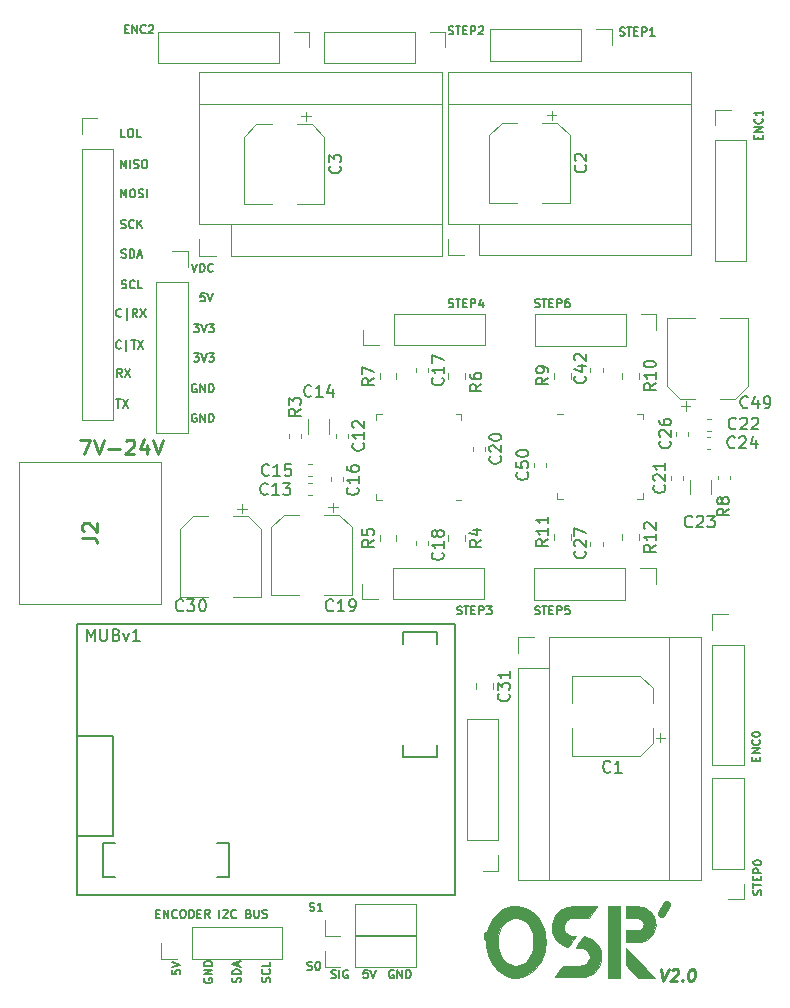
<source format=gto>
G04 #@! TF.GenerationSoftware,KiCad,Pcbnew,(5.1.6)-1*
G04 #@! TF.CreationDate,2022-01-23T19:06:20-05:00*
G04 #@! TF.ProjectId,KiCad Schematic,4b694361-6420-4536-9368-656d61746963,rev?*
G04 #@! TF.SameCoordinates,Original*
G04 #@! TF.FileFunction,Legend,Top*
G04 #@! TF.FilePolarity,Positive*
%FSLAX46Y46*%
G04 Gerber Fmt 4.6, Leading zero omitted, Abs format (unit mm)*
G04 Created by KiCad (PCBNEW (5.1.6)-1) date 2022-01-23 19:06:20*
%MOMM*%
%LPD*%
G01*
G04 APERTURE LIST*
%ADD10C,0.150000*%
%ADD11C,0.700000*%
%ADD12C,0.250000*%
%ADD13C,0.120000*%
%ADD14C,0.127000*%
%ADD15C,0.100000*%
%ADD16C,0.010000*%
%ADD17C,0.254000*%
G04 APERTURE END LIST*
D10*
X118650000Y-133600000D02*
X118650000Y-133366666D01*
X119016666Y-133266666D02*
X119016666Y-133600000D01*
X118316666Y-133600000D01*
X118316666Y-133266666D01*
X119016666Y-132966666D02*
X118316666Y-132966666D01*
X119016666Y-132566666D01*
X118316666Y-132566666D01*
X118950000Y-131833333D02*
X118983333Y-131866666D01*
X119016666Y-131966666D01*
X119016666Y-132033333D01*
X118983333Y-132133333D01*
X118916666Y-132200000D01*
X118850000Y-132233333D01*
X118716666Y-132266666D01*
X118616666Y-132266666D01*
X118483333Y-132233333D01*
X118416666Y-132200000D01*
X118350000Y-132133333D01*
X118316666Y-132033333D01*
X118316666Y-131966666D01*
X118350000Y-131866666D01*
X118383333Y-131833333D01*
X119016666Y-131166666D02*
X119016666Y-131566666D01*
X119016666Y-131366666D02*
X118316666Y-131366666D01*
X118416666Y-131433333D01*
X118483333Y-131500000D01*
X118516666Y-131566666D01*
X65000000Y-124250000D02*
X65233333Y-124250000D01*
X65333333Y-124616666D02*
X65000000Y-124616666D01*
X65000000Y-123916666D01*
X65333333Y-123916666D01*
X65633333Y-124616666D02*
X65633333Y-123916666D01*
X66033333Y-124616666D01*
X66033333Y-123916666D01*
X66766666Y-124550000D02*
X66733333Y-124583333D01*
X66633333Y-124616666D01*
X66566666Y-124616666D01*
X66466666Y-124583333D01*
X66400000Y-124516666D01*
X66366666Y-124450000D01*
X66333333Y-124316666D01*
X66333333Y-124216666D01*
X66366666Y-124083333D01*
X66400000Y-124016666D01*
X66466666Y-123950000D01*
X66566666Y-123916666D01*
X66633333Y-123916666D01*
X66733333Y-123950000D01*
X66766666Y-123983333D01*
X67033333Y-123983333D02*
X67066666Y-123950000D01*
X67133333Y-123916666D01*
X67300000Y-123916666D01*
X67366666Y-123950000D01*
X67400000Y-123983333D01*
X67433333Y-124050000D01*
X67433333Y-124116666D01*
X67400000Y-124216666D01*
X67000000Y-124616666D01*
X67433333Y-124616666D01*
X92433333Y-124683333D02*
X92533333Y-124716666D01*
X92700000Y-124716666D01*
X92766666Y-124683333D01*
X92800000Y-124650000D01*
X92833333Y-124583333D01*
X92833333Y-124516666D01*
X92800000Y-124450000D01*
X92766666Y-124416666D01*
X92700000Y-124383333D01*
X92566666Y-124350000D01*
X92500000Y-124316666D01*
X92466666Y-124283333D01*
X92433333Y-124216666D01*
X92433333Y-124150000D01*
X92466666Y-124083333D01*
X92500000Y-124050000D01*
X92566666Y-124016666D01*
X92733333Y-124016666D01*
X92833333Y-124050000D01*
X93033333Y-124016666D02*
X93433333Y-124016666D01*
X93233333Y-124716666D02*
X93233333Y-124016666D01*
X93666666Y-124350000D02*
X93900000Y-124350000D01*
X94000000Y-124716666D02*
X93666666Y-124716666D01*
X93666666Y-124016666D01*
X94000000Y-124016666D01*
X94300000Y-124716666D02*
X94300000Y-124016666D01*
X94566666Y-124016666D01*
X94633333Y-124050000D01*
X94666666Y-124083333D01*
X94700000Y-124150000D01*
X94700000Y-124250000D01*
X94666666Y-124316666D01*
X94633333Y-124350000D01*
X94566666Y-124383333D01*
X94300000Y-124383333D01*
X94966666Y-124083333D02*
X95000000Y-124050000D01*
X95066666Y-124016666D01*
X95233333Y-124016666D01*
X95300000Y-124050000D01*
X95333333Y-124083333D01*
X95366666Y-124150000D01*
X95366666Y-124216666D01*
X95333333Y-124316666D01*
X94933333Y-124716666D01*
X95366666Y-124716666D01*
X106933333Y-124783333D02*
X107033333Y-124816666D01*
X107200000Y-124816666D01*
X107266666Y-124783333D01*
X107300000Y-124750000D01*
X107333333Y-124683333D01*
X107333333Y-124616666D01*
X107300000Y-124550000D01*
X107266666Y-124516666D01*
X107200000Y-124483333D01*
X107066666Y-124450000D01*
X107000000Y-124416666D01*
X106966666Y-124383333D01*
X106933333Y-124316666D01*
X106933333Y-124250000D01*
X106966666Y-124183333D01*
X107000000Y-124150000D01*
X107066666Y-124116666D01*
X107233333Y-124116666D01*
X107333333Y-124150000D01*
X107533333Y-124116666D02*
X107933333Y-124116666D01*
X107733333Y-124816666D02*
X107733333Y-124116666D01*
X108166666Y-124450000D02*
X108400000Y-124450000D01*
X108500000Y-124816666D02*
X108166666Y-124816666D01*
X108166666Y-124116666D01*
X108500000Y-124116666D01*
X108800000Y-124816666D02*
X108800000Y-124116666D01*
X109066666Y-124116666D01*
X109133333Y-124150000D01*
X109166666Y-124183333D01*
X109200000Y-124250000D01*
X109200000Y-124350000D01*
X109166666Y-124416666D01*
X109133333Y-124450000D01*
X109066666Y-124483333D01*
X108800000Y-124483333D01*
X109866666Y-124816666D02*
X109466666Y-124816666D01*
X109666666Y-124816666D02*
X109666666Y-124116666D01*
X109600000Y-124216666D01*
X109533333Y-124283333D01*
X109466666Y-124316666D01*
X118450000Y-186200000D02*
X118450000Y-185966666D01*
X118816666Y-185866666D02*
X118816666Y-186200000D01*
X118116666Y-186200000D01*
X118116666Y-185866666D01*
X118816666Y-185566666D02*
X118116666Y-185566666D01*
X118816666Y-185166666D01*
X118116666Y-185166666D01*
X118750000Y-184433333D02*
X118783333Y-184466666D01*
X118816666Y-184566666D01*
X118816666Y-184633333D01*
X118783333Y-184733333D01*
X118716666Y-184800000D01*
X118650000Y-184833333D01*
X118516666Y-184866666D01*
X118416666Y-184866666D01*
X118283333Y-184833333D01*
X118216666Y-184800000D01*
X118150000Y-184733333D01*
X118116666Y-184633333D01*
X118116666Y-184566666D01*
X118150000Y-184466666D01*
X118183333Y-184433333D01*
X118116666Y-184000000D02*
X118116666Y-183933333D01*
X118150000Y-183866666D01*
X118183333Y-183833333D01*
X118250000Y-183800000D01*
X118383333Y-183766666D01*
X118550000Y-183766666D01*
X118683333Y-183800000D01*
X118750000Y-183833333D01*
X118783333Y-183866666D01*
X118816666Y-183933333D01*
X118816666Y-184000000D01*
X118783333Y-184066666D01*
X118750000Y-184100000D01*
X118683333Y-184133333D01*
X118550000Y-184166666D01*
X118383333Y-184166666D01*
X118250000Y-184133333D01*
X118183333Y-184100000D01*
X118150000Y-184066666D01*
X118116666Y-184000000D01*
X118883333Y-197566666D02*
X118916666Y-197466666D01*
X118916666Y-197300000D01*
X118883333Y-197233333D01*
X118850000Y-197200000D01*
X118783333Y-197166666D01*
X118716666Y-197166666D01*
X118650000Y-197200000D01*
X118616666Y-197233333D01*
X118583333Y-197300000D01*
X118550000Y-197433333D01*
X118516666Y-197500000D01*
X118483333Y-197533333D01*
X118416666Y-197566666D01*
X118350000Y-197566666D01*
X118283333Y-197533333D01*
X118250000Y-197500000D01*
X118216666Y-197433333D01*
X118216666Y-197266666D01*
X118250000Y-197166666D01*
X118216666Y-196966666D02*
X118216666Y-196566666D01*
X118916666Y-196766666D02*
X118216666Y-196766666D01*
X118550000Y-196333333D02*
X118550000Y-196100000D01*
X118916666Y-196000000D02*
X118916666Y-196333333D01*
X118216666Y-196333333D01*
X118216666Y-196000000D01*
X118916666Y-195700000D02*
X118216666Y-195700000D01*
X118216666Y-195433333D01*
X118250000Y-195366666D01*
X118283333Y-195333333D01*
X118350000Y-195300000D01*
X118450000Y-195300000D01*
X118516666Y-195333333D01*
X118550000Y-195366666D01*
X118583333Y-195433333D01*
X118583333Y-195700000D01*
X118216666Y-194866666D02*
X118216666Y-194800000D01*
X118250000Y-194733333D01*
X118283333Y-194700000D01*
X118350000Y-194666666D01*
X118483333Y-194633333D01*
X118650000Y-194633333D01*
X118783333Y-194666666D01*
X118850000Y-194700000D01*
X118883333Y-194733333D01*
X118916666Y-194800000D01*
X118916666Y-194866666D01*
X118883333Y-194933333D01*
X118850000Y-194966666D01*
X118783333Y-195000000D01*
X118650000Y-195033333D01*
X118483333Y-195033333D01*
X118350000Y-195000000D01*
X118283333Y-194966666D01*
X118250000Y-194933333D01*
X118216666Y-194866666D01*
X99733333Y-147783333D02*
X99833333Y-147816666D01*
X100000000Y-147816666D01*
X100066666Y-147783333D01*
X100100000Y-147750000D01*
X100133333Y-147683333D01*
X100133333Y-147616666D01*
X100100000Y-147550000D01*
X100066666Y-147516666D01*
X100000000Y-147483333D01*
X99866666Y-147450000D01*
X99800000Y-147416666D01*
X99766666Y-147383333D01*
X99733333Y-147316666D01*
X99733333Y-147250000D01*
X99766666Y-147183333D01*
X99800000Y-147150000D01*
X99866666Y-147116666D01*
X100033333Y-147116666D01*
X100133333Y-147150000D01*
X100333333Y-147116666D02*
X100733333Y-147116666D01*
X100533333Y-147816666D02*
X100533333Y-147116666D01*
X100966666Y-147450000D02*
X101200000Y-147450000D01*
X101300000Y-147816666D02*
X100966666Y-147816666D01*
X100966666Y-147116666D01*
X101300000Y-147116666D01*
X101600000Y-147816666D02*
X101600000Y-147116666D01*
X101866666Y-147116666D01*
X101933333Y-147150000D01*
X101966666Y-147183333D01*
X102000000Y-147250000D01*
X102000000Y-147350000D01*
X101966666Y-147416666D01*
X101933333Y-147450000D01*
X101866666Y-147483333D01*
X101600000Y-147483333D01*
X102600000Y-147116666D02*
X102466666Y-147116666D01*
X102400000Y-147150000D01*
X102366666Y-147183333D01*
X102300000Y-147283333D01*
X102266666Y-147416666D01*
X102266666Y-147683333D01*
X102300000Y-147750000D01*
X102333333Y-147783333D01*
X102400000Y-147816666D01*
X102533333Y-147816666D01*
X102600000Y-147783333D01*
X102633333Y-147750000D01*
X102666666Y-147683333D01*
X102666666Y-147516666D01*
X102633333Y-147450000D01*
X102600000Y-147416666D01*
X102533333Y-147383333D01*
X102400000Y-147383333D01*
X102333333Y-147416666D01*
X102300000Y-147450000D01*
X102266666Y-147516666D01*
D11*
X110890476Y-198409523D02*
X110509523Y-199171428D01*
D10*
X69016666Y-203933333D02*
X69016666Y-204266666D01*
X69350000Y-204300000D01*
X69316666Y-204266666D01*
X69283333Y-204200000D01*
X69283333Y-204033333D01*
X69316666Y-203966666D01*
X69350000Y-203933333D01*
X69416666Y-203900000D01*
X69583333Y-203900000D01*
X69650000Y-203933333D01*
X69683333Y-203966666D01*
X69716666Y-204033333D01*
X69716666Y-204200000D01*
X69683333Y-204266666D01*
X69650000Y-204300000D01*
X69016666Y-203700000D02*
X69716666Y-203466666D01*
X69016666Y-203233333D01*
X71750000Y-204633333D02*
X71716666Y-204700000D01*
X71716666Y-204800000D01*
X71750000Y-204900000D01*
X71816666Y-204966666D01*
X71883333Y-205000000D01*
X72016666Y-205033333D01*
X72116666Y-205033333D01*
X72250000Y-205000000D01*
X72316666Y-204966666D01*
X72383333Y-204900000D01*
X72416666Y-204800000D01*
X72416666Y-204733333D01*
X72383333Y-204633333D01*
X72350000Y-204600000D01*
X72116666Y-204600000D01*
X72116666Y-204733333D01*
X72416666Y-204300000D02*
X71716666Y-204300000D01*
X72416666Y-203900000D01*
X71716666Y-203900000D01*
X72416666Y-203566666D02*
X71716666Y-203566666D01*
X71716666Y-203400000D01*
X71750000Y-203300000D01*
X71816666Y-203233333D01*
X71883333Y-203200000D01*
X72016666Y-203166666D01*
X72116666Y-203166666D01*
X72250000Y-203200000D01*
X72316666Y-203233333D01*
X72383333Y-203300000D01*
X72416666Y-203400000D01*
X72416666Y-203566666D01*
X77283333Y-204953333D02*
X77316666Y-204853333D01*
X77316666Y-204686666D01*
X77283333Y-204620000D01*
X77250000Y-204586666D01*
X77183333Y-204553333D01*
X77116666Y-204553333D01*
X77050000Y-204586666D01*
X77016666Y-204620000D01*
X76983333Y-204686666D01*
X76950000Y-204820000D01*
X76916666Y-204886666D01*
X76883333Y-204920000D01*
X76816666Y-204953333D01*
X76750000Y-204953333D01*
X76683333Y-204920000D01*
X76650000Y-204886666D01*
X76616666Y-204820000D01*
X76616666Y-204653333D01*
X76650000Y-204553333D01*
X77250000Y-203853333D02*
X77283333Y-203886666D01*
X77316666Y-203986666D01*
X77316666Y-204053333D01*
X77283333Y-204153333D01*
X77216666Y-204220000D01*
X77150000Y-204253333D01*
X77016666Y-204286666D01*
X76916666Y-204286666D01*
X76783333Y-204253333D01*
X76716666Y-204220000D01*
X76650000Y-204153333D01*
X76616666Y-204053333D01*
X76616666Y-203986666D01*
X76650000Y-203886666D01*
X76683333Y-203853333D01*
X77316666Y-203220000D02*
X77316666Y-203553333D01*
X76616666Y-203553333D01*
X74783333Y-204970000D02*
X74816666Y-204870000D01*
X74816666Y-204703333D01*
X74783333Y-204636666D01*
X74750000Y-204603333D01*
X74683333Y-204570000D01*
X74616666Y-204570000D01*
X74550000Y-204603333D01*
X74516666Y-204636666D01*
X74483333Y-204703333D01*
X74450000Y-204836666D01*
X74416666Y-204903333D01*
X74383333Y-204936666D01*
X74316666Y-204970000D01*
X74250000Y-204970000D01*
X74183333Y-204936666D01*
X74150000Y-204903333D01*
X74116666Y-204836666D01*
X74116666Y-204670000D01*
X74150000Y-204570000D01*
X74816666Y-204270000D02*
X74116666Y-204270000D01*
X74116666Y-204103333D01*
X74150000Y-204003333D01*
X74216666Y-203936666D01*
X74283333Y-203903333D01*
X74416666Y-203870000D01*
X74516666Y-203870000D01*
X74650000Y-203903333D01*
X74716666Y-203936666D01*
X74783333Y-204003333D01*
X74816666Y-204103333D01*
X74816666Y-204270000D01*
X74616666Y-203603333D02*
X74616666Y-203270000D01*
X74816666Y-203670000D02*
X74116666Y-203436666D01*
X74816666Y-203203333D01*
X67664166Y-199150000D02*
X67897500Y-199150000D01*
X67997500Y-199516666D02*
X67664166Y-199516666D01*
X67664166Y-198816666D01*
X67997500Y-198816666D01*
X68297500Y-199516666D02*
X68297500Y-198816666D01*
X68697500Y-199516666D01*
X68697500Y-198816666D01*
X69430833Y-199450000D02*
X69397500Y-199483333D01*
X69297500Y-199516666D01*
X69230833Y-199516666D01*
X69130833Y-199483333D01*
X69064166Y-199416666D01*
X69030833Y-199350000D01*
X68997500Y-199216666D01*
X68997500Y-199116666D01*
X69030833Y-198983333D01*
X69064166Y-198916666D01*
X69130833Y-198850000D01*
X69230833Y-198816666D01*
X69297500Y-198816666D01*
X69397500Y-198850000D01*
X69430833Y-198883333D01*
X69864166Y-198816666D02*
X69997500Y-198816666D01*
X70064166Y-198850000D01*
X70130833Y-198916666D01*
X70164166Y-199050000D01*
X70164166Y-199283333D01*
X70130833Y-199416666D01*
X70064166Y-199483333D01*
X69997500Y-199516666D01*
X69864166Y-199516666D01*
X69797500Y-199483333D01*
X69730833Y-199416666D01*
X69697500Y-199283333D01*
X69697500Y-199050000D01*
X69730833Y-198916666D01*
X69797500Y-198850000D01*
X69864166Y-198816666D01*
X70464166Y-199516666D02*
X70464166Y-198816666D01*
X70630833Y-198816666D01*
X70730833Y-198850000D01*
X70797500Y-198916666D01*
X70830833Y-198983333D01*
X70864166Y-199116666D01*
X70864166Y-199216666D01*
X70830833Y-199350000D01*
X70797500Y-199416666D01*
X70730833Y-199483333D01*
X70630833Y-199516666D01*
X70464166Y-199516666D01*
X71164166Y-199150000D02*
X71397500Y-199150000D01*
X71497500Y-199516666D02*
X71164166Y-199516666D01*
X71164166Y-198816666D01*
X71497500Y-198816666D01*
X72197500Y-199516666D02*
X71964166Y-199183333D01*
X71797500Y-199516666D02*
X71797500Y-198816666D01*
X72064166Y-198816666D01*
X72130833Y-198850000D01*
X72164166Y-198883333D01*
X72197500Y-198950000D01*
X72197500Y-199050000D01*
X72164166Y-199116666D01*
X72130833Y-199150000D01*
X72064166Y-199183333D01*
X71797500Y-199183333D01*
X73030833Y-199516666D02*
X73030833Y-198816666D01*
X73330833Y-198883333D02*
X73364166Y-198850000D01*
X73430833Y-198816666D01*
X73597500Y-198816666D01*
X73664166Y-198850000D01*
X73697500Y-198883333D01*
X73730833Y-198950000D01*
X73730833Y-199016666D01*
X73697500Y-199116666D01*
X73297500Y-199516666D01*
X73730833Y-199516666D01*
X74430833Y-199450000D02*
X74397500Y-199483333D01*
X74297500Y-199516666D01*
X74230833Y-199516666D01*
X74130833Y-199483333D01*
X74064166Y-199416666D01*
X74030833Y-199350000D01*
X73997500Y-199216666D01*
X73997500Y-199116666D01*
X74030833Y-198983333D01*
X74064166Y-198916666D01*
X74130833Y-198850000D01*
X74230833Y-198816666D01*
X74297500Y-198816666D01*
X74397500Y-198850000D01*
X74430833Y-198883333D01*
X75497500Y-199150000D02*
X75597500Y-199183333D01*
X75630833Y-199216666D01*
X75664166Y-199283333D01*
X75664166Y-199383333D01*
X75630833Y-199450000D01*
X75597500Y-199483333D01*
X75530833Y-199516666D01*
X75264166Y-199516666D01*
X75264166Y-198816666D01*
X75497500Y-198816666D01*
X75564166Y-198850000D01*
X75597500Y-198883333D01*
X75630833Y-198950000D01*
X75630833Y-199016666D01*
X75597500Y-199083333D01*
X75564166Y-199116666D01*
X75497500Y-199150000D01*
X75264166Y-199150000D01*
X75964166Y-198816666D02*
X75964166Y-199383333D01*
X75997500Y-199450000D01*
X76030833Y-199483333D01*
X76097500Y-199516666D01*
X76230833Y-199516666D01*
X76297500Y-199483333D01*
X76330833Y-199450000D01*
X76364166Y-199383333D01*
X76364166Y-198816666D01*
X76664166Y-199483333D02*
X76764166Y-199516666D01*
X76930833Y-199516666D01*
X76997500Y-199483333D01*
X77030833Y-199450000D01*
X77064166Y-199383333D01*
X77064166Y-199316666D01*
X77030833Y-199250000D01*
X76997500Y-199216666D01*
X76930833Y-199183333D01*
X76797500Y-199150000D01*
X76730833Y-199116666D01*
X76697500Y-199083333D01*
X76664166Y-199016666D01*
X76664166Y-198950000D01*
X76697500Y-198883333D01*
X76730833Y-198850000D01*
X76797500Y-198816666D01*
X76964166Y-198816666D01*
X77064166Y-198850000D01*
D12*
X61247619Y-159015476D02*
X62080952Y-159015476D01*
X61545238Y-160265476D01*
X62378571Y-159015476D02*
X62795238Y-160265476D01*
X63211904Y-159015476D01*
X63628571Y-159789285D02*
X64580952Y-159789285D01*
X65116666Y-159134523D02*
X65176190Y-159075000D01*
X65295238Y-159015476D01*
X65592857Y-159015476D01*
X65711904Y-159075000D01*
X65771428Y-159134523D01*
X65830952Y-159253571D01*
X65830952Y-159372619D01*
X65771428Y-159551190D01*
X65057142Y-160265476D01*
X65830952Y-160265476D01*
X66902380Y-159432142D02*
X66902380Y-160265476D01*
X66604761Y-158955952D02*
X66307142Y-159848809D01*
X67080952Y-159848809D01*
X67378571Y-159015476D02*
X67795238Y-160265476D01*
X68211904Y-159015476D01*
X110393080Y-203852380D02*
X110601413Y-204852380D01*
X111059747Y-203852380D01*
X111333556Y-203947619D02*
X111387127Y-203900000D01*
X111488318Y-203852380D01*
X111726413Y-203852380D01*
X111815699Y-203900000D01*
X111857366Y-203947619D01*
X111893080Y-204042857D01*
X111881175Y-204138095D01*
X111815699Y-204280952D01*
X111172842Y-204852380D01*
X111791889Y-204852380D01*
X112232366Y-204757142D02*
X112274032Y-204804761D01*
X112220461Y-204852380D01*
X112178794Y-204804761D01*
X112232366Y-204757142D01*
X112220461Y-204852380D01*
X113012127Y-203852380D02*
X113107366Y-203852380D01*
X113196651Y-203900000D01*
X113238318Y-203947619D01*
X113274032Y-204042857D01*
X113297842Y-204233333D01*
X113268080Y-204471428D01*
X113196651Y-204661904D01*
X113137127Y-204757142D01*
X113083556Y-204804761D01*
X112982366Y-204852380D01*
X112887127Y-204852380D01*
X112797842Y-204804761D01*
X112756175Y-204757142D01*
X112720461Y-204661904D01*
X112696651Y-204471428D01*
X112726413Y-204233333D01*
X112797842Y-204042857D01*
X112857366Y-203947619D01*
X112910937Y-203900000D01*
X113012127Y-203852380D01*
D10*
X92433333Y-147783333D02*
X92533333Y-147816666D01*
X92700000Y-147816666D01*
X92766666Y-147783333D01*
X92800000Y-147750000D01*
X92833333Y-147683333D01*
X92833333Y-147616666D01*
X92800000Y-147550000D01*
X92766666Y-147516666D01*
X92700000Y-147483333D01*
X92566666Y-147450000D01*
X92500000Y-147416666D01*
X92466666Y-147383333D01*
X92433333Y-147316666D01*
X92433333Y-147250000D01*
X92466666Y-147183333D01*
X92500000Y-147150000D01*
X92566666Y-147116666D01*
X92733333Y-147116666D01*
X92833333Y-147150000D01*
X93033333Y-147116666D02*
X93433333Y-147116666D01*
X93233333Y-147816666D02*
X93233333Y-147116666D01*
X93666666Y-147450000D02*
X93900000Y-147450000D01*
X94000000Y-147816666D02*
X93666666Y-147816666D01*
X93666666Y-147116666D01*
X94000000Y-147116666D01*
X94300000Y-147816666D02*
X94300000Y-147116666D01*
X94566666Y-147116666D01*
X94633333Y-147150000D01*
X94666666Y-147183333D01*
X94700000Y-147250000D01*
X94700000Y-147350000D01*
X94666666Y-147416666D01*
X94633333Y-147450000D01*
X94566666Y-147483333D01*
X94300000Y-147483333D01*
X95300000Y-147350000D02*
X95300000Y-147816666D01*
X95133333Y-147083333D02*
X94966666Y-147583333D01*
X95400000Y-147583333D01*
X99733333Y-173783333D02*
X99833333Y-173816666D01*
X100000000Y-173816666D01*
X100066666Y-173783333D01*
X100100000Y-173750000D01*
X100133333Y-173683333D01*
X100133333Y-173616666D01*
X100100000Y-173550000D01*
X100066666Y-173516666D01*
X100000000Y-173483333D01*
X99866666Y-173450000D01*
X99800000Y-173416666D01*
X99766666Y-173383333D01*
X99733333Y-173316666D01*
X99733333Y-173250000D01*
X99766666Y-173183333D01*
X99800000Y-173150000D01*
X99866666Y-173116666D01*
X100033333Y-173116666D01*
X100133333Y-173150000D01*
X100333333Y-173116666D02*
X100733333Y-173116666D01*
X100533333Y-173816666D02*
X100533333Y-173116666D01*
X100966666Y-173450000D02*
X101200000Y-173450000D01*
X101300000Y-173816666D02*
X100966666Y-173816666D01*
X100966666Y-173116666D01*
X101300000Y-173116666D01*
X101600000Y-173816666D02*
X101600000Y-173116666D01*
X101866666Y-173116666D01*
X101933333Y-173150000D01*
X101966666Y-173183333D01*
X102000000Y-173250000D01*
X102000000Y-173350000D01*
X101966666Y-173416666D01*
X101933333Y-173450000D01*
X101866666Y-173483333D01*
X101600000Y-173483333D01*
X102633333Y-173116666D02*
X102300000Y-173116666D01*
X102266666Y-173450000D01*
X102300000Y-173416666D01*
X102366666Y-173383333D01*
X102533333Y-173383333D01*
X102600000Y-173416666D01*
X102633333Y-173450000D01*
X102666666Y-173516666D01*
X102666666Y-173683333D01*
X102633333Y-173750000D01*
X102600000Y-173783333D01*
X102533333Y-173816666D01*
X102366666Y-173816666D01*
X102300000Y-173783333D01*
X102266666Y-173750000D01*
X93133333Y-173783333D02*
X93233333Y-173816666D01*
X93400000Y-173816666D01*
X93466666Y-173783333D01*
X93500000Y-173750000D01*
X93533333Y-173683333D01*
X93533333Y-173616666D01*
X93500000Y-173550000D01*
X93466666Y-173516666D01*
X93400000Y-173483333D01*
X93266666Y-173450000D01*
X93200000Y-173416666D01*
X93166666Y-173383333D01*
X93133333Y-173316666D01*
X93133333Y-173250000D01*
X93166666Y-173183333D01*
X93200000Y-173150000D01*
X93266666Y-173116666D01*
X93433333Y-173116666D01*
X93533333Y-173150000D01*
X93733333Y-173116666D02*
X94133333Y-173116666D01*
X93933333Y-173816666D02*
X93933333Y-173116666D01*
X94366666Y-173450000D02*
X94600000Y-173450000D01*
X94700000Y-173816666D02*
X94366666Y-173816666D01*
X94366666Y-173116666D01*
X94700000Y-173116666D01*
X95000000Y-173816666D02*
X95000000Y-173116666D01*
X95266666Y-173116666D01*
X95333333Y-173150000D01*
X95366666Y-173183333D01*
X95400000Y-173250000D01*
X95400000Y-173350000D01*
X95366666Y-173416666D01*
X95333333Y-173450000D01*
X95266666Y-173483333D01*
X95000000Y-173483333D01*
X95633333Y-173116666D02*
X96066666Y-173116666D01*
X95833333Y-173383333D01*
X95933333Y-173383333D01*
X96000000Y-173416666D01*
X96033333Y-173450000D01*
X96066666Y-173516666D01*
X96066666Y-173683333D01*
X96033333Y-173750000D01*
X96000000Y-173783333D01*
X95933333Y-173816666D01*
X95733333Y-173816666D01*
X95666666Y-173783333D01*
X95633333Y-173750000D01*
X65046666Y-133416666D02*
X64713333Y-133416666D01*
X64713333Y-132716666D01*
X65413333Y-132716666D02*
X65546666Y-132716666D01*
X65613333Y-132750000D01*
X65680000Y-132816666D01*
X65713333Y-132950000D01*
X65713333Y-133183333D01*
X65680000Y-133316666D01*
X65613333Y-133383333D01*
X65546666Y-133416666D01*
X65413333Y-133416666D01*
X65346666Y-133383333D01*
X65280000Y-133316666D01*
X65246666Y-133183333D01*
X65246666Y-132950000D01*
X65280000Y-132816666D01*
X65346666Y-132750000D01*
X65413333Y-132716666D01*
X66346666Y-133416666D02*
X66013333Y-133416666D01*
X66013333Y-132716666D01*
X64680000Y-136016666D02*
X64680000Y-135316666D01*
X64913333Y-135816666D01*
X65146666Y-135316666D01*
X65146666Y-136016666D01*
X65480000Y-136016666D02*
X65480000Y-135316666D01*
X65780000Y-135983333D02*
X65880000Y-136016666D01*
X66046666Y-136016666D01*
X66113333Y-135983333D01*
X66146666Y-135950000D01*
X66180000Y-135883333D01*
X66180000Y-135816666D01*
X66146666Y-135750000D01*
X66113333Y-135716666D01*
X66046666Y-135683333D01*
X65913333Y-135650000D01*
X65846666Y-135616666D01*
X65813333Y-135583333D01*
X65780000Y-135516666D01*
X65780000Y-135450000D01*
X65813333Y-135383333D01*
X65846666Y-135350000D01*
X65913333Y-135316666D01*
X66080000Y-135316666D01*
X66180000Y-135350000D01*
X66613333Y-135316666D02*
X66746666Y-135316666D01*
X66813333Y-135350000D01*
X66880000Y-135416666D01*
X66913333Y-135550000D01*
X66913333Y-135783333D01*
X66880000Y-135916666D01*
X66813333Y-135983333D01*
X66746666Y-136016666D01*
X66613333Y-136016666D01*
X66546666Y-135983333D01*
X66480000Y-135916666D01*
X66446666Y-135783333D01*
X66446666Y-135550000D01*
X66480000Y-135416666D01*
X66546666Y-135350000D01*
X66613333Y-135316666D01*
X64680000Y-138516666D02*
X64680000Y-137816666D01*
X64913333Y-138316666D01*
X65146666Y-137816666D01*
X65146666Y-138516666D01*
X65613333Y-137816666D02*
X65746666Y-137816666D01*
X65813333Y-137850000D01*
X65880000Y-137916666D01*
X65913333Y-138050000D01*
X65913333Y-138283333D01*
X65880000Y-138416666D01*
X65813333Y-138483333D01*
X65746666Y-138516666D01*
X65613333Y-138516666D01*
X65546666Y-138483333D01*
X65480000Y-138416666D01*
X65446666Y-138283333D01*
X65446666Y-138050000D01*
X65480000Y-137916666D01*
X65546666Y-137850000D01*
X65613333Y-137816666D01*
X66180000Y-138483333D02*
X66280000Y-138516666D01*
X66446666Y-138516666D01*
X66513333Y-138483333D01*
X66546666Y-138450000D01*
X66580000Y-138383333D01*
X66580000Y-138316666D01*
X66546666Y-138250000D01*
X66513333Y-138216666D01*
X66446666Y-138183333D01*
X66313333Y-138150000D01*
X66246666Y-138116666D01*
X66213333Y-138083333D01*
X66180000Y-138016666D01*
X66180000Y-137950000D01*
X66213333Y-137883333D01*
X66246666Y-137850000D01*
X66313333Y-137816666D01*
X66480000Y-137816666D01*
X66580000Y-137850000D01*
X66880000Y-138516666D02*
X66880000Y-137816666D01*
X64680000Y-141083333D02*
X64780000Y-141116666D01*
X64946666Y-141116666D01*
X65013333Y-141083333D01*
X65046666Y-141050000D01*
X65080000Y-140983333D01*
X65080000Y-140916666D01*
X65046666Y-140850000D01*
X65013333Y-140816666D01*
X64946666Y-140783333D01*
X64813333Y-140750000D01*
X64746666Y-140716666D01*
X64713333Y-140683333D01*
X64680000Y-140616666D01*
X64680000Y-140550000D01*
X64713333Y-140483333D01*
X64746666Y-140450000D01*
X64813333Y-140416666D01*
X64980000Y-140416666D01*
X65080000Y-140450000D01*
X65780000Y-141050000D02*
X65746666Y-141083333D01*
X65646666Y-141116666D01*
X65580000Y-141116666D01*
X65480000Y-141083333D01*
X65413333Y-141016666D01*
X65380000Y-140950000D01*
X65346666Y-140816666D01*
X65346666Y-140716666D01*
X65380000Y-140583333D01*
X65413333Y-140516666D01*
X65480000Y-140450000D01*
X65580000Y-140416666D01*
X65646666Y-140416666D01*
X65746666Y-140450000D01*
X65780000Y-140483333D01*
X66080000Y-141116666D02*
X66080000Y-140416666D01*
X66480000Y-141116666D02*
X66180000Y-140716666D01*
X66480000Y-140416666D02*
X66080000Y-140816666D01*
X64730000Y-143583333D02*
X64830000Y-143616666D01*
X64996666Y-143616666D01*
X65063333Y-143583333D01*
X65096666Y-143550000D01*
X65130000Y-143483333D01*
X65130000Y-143416666D01*
X65096666Y-143350000D01*
X65063333Y-143316666D01*
X64996666Y-143283333D01*
X64863333Y-143250000D01*
X64796666Y-143216666D01*
X64763333Y-143183333D01*
X64730000Y-143116666D01*
X64730000Y-143050000D01*
X64763333Y-142983333D01*
X64796666Y-142950000D01*
X64863333Y-142916666D01*
X65030000Y-142916666D01*
X65130000Y-142950000D01*
X65430000Y-143616666D02*
X65430000Y-142916666D01*
X65596666Y-142916666D01*
X65696666Y-142950000D01*
X65763333Y-143016666D01*
X65796666Y-143083333D01*
X65830000Y-143216666D01*
X65830000Y-143316666D01*
X65796666Y-143450000D01*
X65763333Y-143516666D01*
X65696666Y-143583333D01*
X65596666Y-143616666D01*
X65430000Y-143616666D01*
X66096666Y-143416666D02*
X66430000Y-143416666D01*
X66030000Y-143616666D02*
X66263333Y-142916666D01*
X66496666Y-143616666D01*
X64746666Y-146183333D02*
X64846666Y-146216666D01*
X65013333Y-146216666D01*
X65080000Y-146183333D01*
X65113333Y-146150000D01*
X65146666Y-146083333D01*
X65146666Y-146016666D01*
X65113333Y-145950000D01*
X65080000Y-145916666D01*
X65013333Y-145883333D01*
X64880000Y-145850000D01*
X64813333Y-145816666D01*
X64780000Y-145783333D01*
X64746666Y-145716666D01*
X64746666Y-145650000D01*
X64780000Y-145583333D01*
X64813333Y-145550000D01*
X64880000Y-145516666D01*
X65046666Y-145516666D01*
X65146666Y-145550000D01*
X65846666Y-146150000D02*
X65813333Y-146183333D01*
X65713333Y-146216666D01*
X65646666Y-146216666D01*
X65546666Y-146183333D01*
X65480000Y-146116666D01*
X65446666Y-146050000D01*
X65413333Y-145916666D01*
X65413333Y-145816666D01*
X65446666Y-145683333D01*
X65480000Y-145616666D01*
X65546666Y-145550000D01*
X65646666Y-145516666D01*
X65713333Y-145516666D01*
X65813333Y-145550000D01*
X65846666Y-145583333D01*
X66480000Y-146216666D02*
X66146666Y-146216666D01*
X66146666Y-145516666D01*
X64266666Y-155616666D02*
X64666666Y-155616666D01*
X64466666Y-156316666D02*
X64466666Y-155616666D01*
X64833333Y-155616666D02*
X65300000Y-156316666D01*
X65300000Y-155616666D02*
X64833333Y-156316666D01*
X64783333Y-153716666D02*
X64550000Y-153383333D01*
X64383333Y-153716666D02*
X64383333Y-153016666D01*
X64650000Y-153016666D01*
X64716666Y-153050000D01*
X64750000Y-153083333D01*
X64783333Y-153150000D01*
X64783333Y-153250000D01*
X64750000Y-153316666D01*
X64716666Y-153350000D01*
X64650000Y-153383333D01*
X64383333Y-153383333D01*
X65016666Y-153016666D02*
X65483333Y-153716666D01*
X65483333Y-153016666D02*
X65016666Y-153716666D01*
X64683333Y-151250000D02*
X64650000Y-151283333D01*
X64550000Y-151316666D01*
X64483333Y-151316666D01*
X64383333Y-151283333D01*
X64316666Y-151216666D01*
X64283333Y-151150000D01*
X64250000Y-151016666D01*
X64250000Y-150916666D01*
X64283333Y-150783333D01*
X64316666Y-150716666D01*
X64383333Y-150650000D01*
X64483333Y-150616666D01*
X64550000Y-150616666D01*
X64650000Y-150650000D01*
X64683333Y-150683333D01*
X65150000Y-151550000D02*
X65150000Y-150550000D01*
X65550000Y-150616666D02*
X65950000Y-150616666D01*
X65750000Y-151316666D02*
X65750000Y-150616666D01*
X66116666Y-150616666D02*
X66583333Y-151316666D01*
X66583333Y-150616666D02*
X66116666Y-151316666D01*
X64700000Y-148550000D02*
X64666666Y-148583333D01*
X64566666Y-148616666D01*
X64500000Y-148616666D01*
X64400000Y-148583333D01*
X64333333Y-148516666D01*
X64300000Y-148450000D01*
X64266666Y-148316666D01*
X64266666Y-148216666D01*
X64300000Y-148083333D01*
X64333333Y-148016666D01*
X64400000Y-147950000D01*
X64500000Y-147916666D01*
X64566666Y-147916666D01*
X64666666Y-147950000D01*
X64700000Y-147983333D01*
X65166666Y-148850000D02*
X65166666Y-147850000D01*
X66066666Y-148616666D02*
X65833333Y-148283333D01*
X65666666Y-148616666D02*
X65666666Y-147916666D01*
X65933333Y-147916666D01*
X66000000Y-147950000D01*
X66033333Y-147983333D01*
X66066666Y-148050000D01*
X66066666Y-148150000D01*
X66033333Y-148216666D01*
X66000000Y-148250000D01*
X65933333Y-148283333D01*
X65666666Y-148283333D01*
X66300000Y-147916666D02*
X66766666Y-148616666D01*
X66766666Y-147916666D02*
X66300000Y-148616666D01*
X71066666Y-156850000D02*
X71000000Y-156816666D01*
X70900000Y-156816666D01*
X70800000Y-156850000D01*
X70733333Y-156916666D01*
X70700000Y-156983333D01*
X70666666Y-157116666D01*
X70666666Y-157216666D01*
X70700000Y-157350000D01*
X70733333Y-157416666D01*
X70800000Y-157483333D01*
X70900000Y-157516666D01*
X70966666Y-157516666D01*
X71066666Y-157483333D01*
X71100000Y-157450000D01*
X71100000Y-157216666D01*
X70966666Y-157216666D01*
X71400000Y-157516666D02*
X71400000Y-156816666D01*
X71800000Y-157516666D01*
X71800000Y-156816666D01*
X72133333Y-157516666D02*
X72133333Y-156816666D01*
X72300000Y-156816666D01*
X72400000Y-156850000D01*
X72466666Y-156916666D01*
X72500000Y-156983333D01*
X72533333Y-157116666D01*
X72533333Y-157216666D01*
X72500000Y-157350000D01*
X72466666Y-157416666D01*
X72400000Y-157483333D01*
X72300000Y-157516666D01*
X72133333Y-157516666D01*
X71066666Y-154350000D02*
X71000000Y-154316666D01*
X70900000Y-154316666D01*
X70800000Y-154350000D01*
X70733333Y-154416666D01*
X70700000Y-154483333D01*
X70666666Y-154616666D01*
X70666666Y-154716666D01*
X70700000Y-154850000D01*
X70733333Y-154916666D01*
X70800000Y-154983333D01*
X70900000Y-155016666D01*
X70966666Y-155016666D01*
X71066666Y-154983333D01*
X71100000Y-154950000D01*
X71100000Y-154716666D01*
X70966666Y-154716666D01*
X71400000Y-155016666D02*
X71400000Y-154316666D01*
X71800000Y-155016666D01*
X71800000Y-154316666D01*
X72133333Y-155016666D02*
X72133333Y-154316666D01*
X72300000Y-154316666D01*
X72400000Y-154350000D01*
X72466666Y-154416666D01*
X72500000Y-154483333D01*
X72533333Y-154616666D01*
X72533333Y-154716666D01*
X72500000Y-154850000D01*
X72466666Y-154916666D01*
X72400000Y-154983333D01*
X72300000Y-155016666D01*
X72133333Y-155016666D01*
X70833333Y-151716666D02*
X71266666Y-151716666D01*
X71033333Y-151983333D01*
X71133333Y-151983333D01*
X71200000Y-152016666D01*
X71233333Y-152050000D01*
X71266666Y-152116666D01*
X71266666Y-152283333D01*
X71233333Y-152350000D01*
X71200000Y-152383333D01*
X71133333Y-152416666D01*
X70933333Y-152416666D01*
X70866666Y-152383333D01*
X70833333Y-152350000D01*
X71466666Y-151716666D02*
X71700000Y-152416666D01*
X71933333Y-151716666D01*
X72100000Y-151716666D02*
X72533333Y-151716666D01*
X72300000Y-151983333D01*
X72400000Y-151983333D01*
X72466666Y-152016666D01*
X72500000Y-152050000D01*
X72533333Y-152116666D01*
X72533333Y-152283333D01*
X72500000Y-152350000D01*
X72466666Y-152383333D01*
X72400000Y-152416666D01*
X72200000Y-152416666D01*
X72133333Y-152383333D01*
X72100000Y-152350000D01*
X70833333Y-149216666D02*
X71266666Y-149216666D01*
X71033333Y-149483333D01*
X71133333Y-149483333D01*
X71200000Y-149516666D01*
X71233333Y-149550000D01*
X71266666Y-149616666D01*
X71266666Y-149783333D01*
X71233333Y-149850000D01*
X71200000Y-149883333D01*
X71133333Y-149916666D01*
X70933333Y-149916666D01*
X70866666Y-149883333D01*
X70833333Y-149850000D01*
X71466666Y-149216666D02*
X71700000Y-149916666D01*
X71933333Y-149216666D01*
X72100000Y-149216666D02*
X72533333Y-149216666D01*
X72300000Y-149483333D01*
X72400000Y-149483333D01*
X72466666Y-149516666D01*
X72500000Y-149550000D01*
X72533333Y-149616666D01*
X72533333Y-149783333D01*
X72500000Y-149850000D01*
X72466666Y-149883333D01*
X72400000Y-149916666D01*
X72200000Y-149916666D01*
X72133333Y-149883333D01*
X72100000Y-149850000D01*
X71766666Y-146616666D02*
X71433333Y-146616666D01*
X71400000Y-146950000D01*
X71433333Y-146916666D01*
X71500000Y-146883333D01*
X71666666Y-146883333D01*
X71733333Y-146916666D01*
X71766666Y-146950000D01*
X71800000Y-147016666D01*
X71800000Y-147183333D01*
X71766666Y-147250000D01*
X71733333Y-147283333D01*
X71666666Y-147316666D01*
X71500000Y-147316666D01*
X71433333Y-147283333D01*
X71400000Y-147250000D01*
X72000000Y-146616666D02*
X72233333Y-147316666D01*
X72466666Y-146616666D01*
X70666666Y-144116666D02*
X70900000Y-144816666D01*
X71133333Y-144116666D01*
X71366666Y-144816666D02*
X71366666Y-144116666D01*
X71533333Y-144116666D01*
X71633333Y-144150000D01*
X71700000Y-144216666D01*
X71733333Y-144283333D01*
X71766666Y-144416666D01*
X71766666Y-144516666D01*
X71733333Y-144650000D01*
X71700000Y-144716666D01*
X71633333Y-144783333D01*
X71533333Y-144816666D01*
X71366666Y-144816666D01*
X72466666Y-144750000D02*
X72433333Y-144783333D01*
X72333333Y-144816666D01*
X72266666Y-144816666D01*
X72166666Y-144783333D01*
X72100000Y-144716666D01*
X72066666Y-144650000D01*
X72033333Y-144516666D01*
X72033333Y-144416666D01*
X72066666Y-144283333D01*
X72100000Y-144216666D01*
X72166666Y-144150000D01*
X72266666Y-144116666D01*
X72333333Y-144116666D01*
X72433333Y-144150000D01*
X72466666Y-144183333D01*
X87766666Y-203950000D02*
X87700000Y-203916666D01*
X87600000Y-203916666D01*
X87500000Y-203950000D01*
X87433333Y-204016666D01*
X87400000Y-204083333D01*
X87366666Y-204216666D01*
X87366666Y-204316666D01*
X87400000Y-204450000D01*
X87433333Y-204516666D01*
X87500000Y-204583333D01*
X87600000Y-204616666D01*
X87666666Y-204616666D01*
X87766666Y-204583333D01*
X87800000Y-204550000D01*
X87800000Y-204316666D01*
X87666666Y-204316666D01*
X88100000Y-204616666D02*
X88100000Y-203916666D01*
X88500000Y-204616666D01*
X88500000Y-203916666D01*
X88833333Y-204616666D02*
X88833333Y-203916666D01*
X89000000Y-203916666D01*
X89100000Y-203950000D01*
X89166666Y-204016666D01*
X89200000Y-204083333D01*
X89233333Y-204216666D01*
X89233333Y-204316666D01*
X89200000Y-204450000D01*
X89166666Y-204516666D01*
X89100000Y-204583333D01*
X89000000Y-204616666D01*
X88833333Y-204616666D01*
X85566666Y-203916666D02*
X85233333Y-203916666D01*
X85200000Y-204250000D01*
X85233333Y-204216666D01*
X85300000Y-204183333D01*
X85466666Y-204183333D01*
X85533333Y-204216666D01*
X85566666Y-204250000D01*
X85600000Y-204316666D01*
X85600000Y-204483333D01*
X85566666Y-204550000D01*
X85533333Y-204583333D01*
X85466666Y-204616666D01*
X85300000Y-204616666D01*
X85233333Y-204583333D01*
X85200000Y-204550000D01*
X85800000Y-203916666D02*
X86033333Y-204616666D01*
X86266666Y-203916666D01*
X82483333Y-204583333D02*
X82583333Y-204616666D01*
X82750000Y-204616666D01*
X82816666Y-204583333D01*
X82850000Y-204550000D01*
X82883333Y-204483333D01*
X82883333Y-204416666D01*
X82850000Y-204350000D01*
X82816666Y-204316666D01*
X82750000Y-204283333D01*
X82616666Y-204250000D01*
X82550000Y-204216666D01*
X82516666Y-204183333D01*
X82483333Y-204116666D01*
X82483333Y-204050000D01*
X82516666Y-203983333D01*
X82550000Y-203950000D01*
X82616666Y-203916666D01*
X82783333Y-203916666D01*
X82883333Y-203950000D01*
X83183333Y-204616666D02*
X83183333Y-203916666D01*
X83883333Y-203950000D02*
X83816666Y-203916666D01*
X83716666Y-203916666D01*
X83616666Y-203950000D01*
X83550000Y-204016666D01*
X83516666Y-204083333D01*
X83483333Y-204216666D01*
X83483333Y-204316666D01*
X83516666Y-204450000D01*
X83550000Y-204516666D01*
X83616666Y-204583333D01*
X83716666Y-204616666D01*
X83783333Y-204616666D01*
X83883333Y-204583333D01*
X83916666Y-204550000D01*
X83916666Y-204316666D01*
X83783333Y-204316666D01*
X80666666Y-198883333D02*
X80766666Y-198916666D01*
X80933333Y-198916666D01*
X81000000Y-198883333D01*
X81033333Y-198850000D01*
X81066666Y-198783333D01*
X81066666Y-198716666D01*
X81033333Y-198650000D01*
X81000000Y-198616666D01*
X80933333Y-198583333D01*
X80800000Y-198550000D01*
X80733333Y-198516666D01*
X80700000Y-198483333D01*
X80666666Y-198416666D01*
X80666666Y-198350000D01*
X80700000Y-198283333D01*
X80733333Y-198250000D01*
X80800000Y-198216666D01*
X80966666Y-198216666D01*
X81066666Y-198250000D01*
X81733333Y-198916666D02*
X81333333Y-198916666D01*
X81533333Y-198916666D02*
X81533333Y-198216666D01*
X81466666Y-198316666D01*
X81400000Y-198383333D01*
X81333333Y-198416666D01*
X80466666Y-203883333D02*
X80566666Y-203916666D01*
X80733333Y-203916666D01*
X80800000Y-203883333D01*
X80833333Y-203850000D01*
X80866666Y-203783333D01*
X80866666Y-203716666D01*
X80833333Y-203650000D01*
X80800000Y-203616666D01*
X80733333Y-203583333D01*
X80600000Y-203550000D01*
X80533333Y-203516666D01*
X80500000Y-203483333D01*
X80466666Y-203416666D01*
X80466666Y-203350000D01*
X80500000Y-203283333D01*
X80533333Y-203250000D01*
X80600000Y-203216666D01*
X80766666Y-203216666D01*
X80866666Y-203250000D01*
X81300000Y-203216666D02*
X81366666Y-203216666D01*
X81433333Y-203250000D01*
X81466666Y-203283333D01*
X81500000Y-203350000D01*
X81533333Y-203483333D01*
X81533333Y-203650000D01*
X81500000Y-203783333D01*
X81466666Y-203850000D01*
X81433333Y-203883333D01*
X81366666Y-203916666D01*
X81300000Y-203916666D01*
X81233333Y-203883333D01*
X81200000Y-203850000D01*
X81166666Y-203783333D01*
X81133333Y-203650000D01*
X81133333Y-203483333D01*
X81166666Y-203350000D01*
X81200000Y-203283333D01*
X81233333Y-203250000D01*
X81300000Y-203216666D01*
X95666666Y-200716666D02*
X95733333Y-200716666D01*
X95800000Y-200750000D01*
X95833333Y-200783333D01*
X95866666Y-200850000D01*
X95900000Y-200983333D01*
X95900000Y-201150000D01*
X95866666Y-201283333D01*
X95833333Y-201350000D01*
X95800000Y-201383333D01*
X95733333Y-201416666D01*
X95666666Y-201416666D01*
X95600000Y-201383333D01*
X95566666Y-201350000D01*
X95533333Y-201283333D01*
X95500000Y-201150000D01*
X95500000Y-200983333D01*
X95533333Y-200850000D01*
X95566666Y-200783333D01*
X95600000Y-200750000D01*
X95666666Y-200716666D01*
D13*
X92150000Y-124470000D02*
X92150000Y-125800000D01*
X90820000Y-124470000D02*
X92150000Y-124470000D01*
X89550000Y-124470000D02*
X89550000Y-127130000D01*
X89550000Y-127130000D02*
X81870000Y-127130000D01*
X89550000Y-124470000D02*
X81870000Y-124470000D01*
X81870000Y-124470000D02*
X81870000Y-127130000D01*
X67810000Y-124470000D02*
X67810000Y-127130000D01*
X78030000Y-124470000D02*
X67810000Y-124470000D01*
X78030000Y-127130000D02*
X67810000Y-127130000D01*
X78030000Y-124470000D02*
X78030000Y-127130000D01*
X79300000Y-124470000D02*
X80630000Y-124470000D01*
X80630000Y-124470000D02*
X80630000Y-125800000D01*
X114970000Y-143910000D02*
X117630000Y-143910000D01*
X114970000Y-133690000D02*
X114970000Y-143910000D01*
X117630000Y-133690000D02*
X117630000Y-143910000D01*
X114970000Y-133690000D02*
X117630000Y-133690000D01*
X114970000Y-132420000D02*
X114970000Y-131090000D01*
X114970000Y-131090000D02*
X116300000Y-131090000D01*
X114770000Y-186590000D02*
X117430000Y-186590000D01*
X114770000Y-176370000D02*
X114770000Y-186590000D01*
X117430000Y-176370000D02*
X117430000Y-186590000D01*
X114770000Y-176370000D02*
X117430000Y-176370000D01*
X114770000Y-175100000D02*
X114770000Y-173770000D01*
X114770000Y-173770000D02*
X116100000Y-173770000D01*
X113800000Y-175700000D02*
X100970000Y-175700000D01*
X113800000Y-196280000D02*
X113800000Y-175700000D01*
X98300000Y-196280000D02*
X113800000Y-196280000D01*
X98300000Y-178370000D02*
X98300000Y-196280000D01*
X100970000Y-178370000D02*
X98300000Y-178370000D01*
X100970000Y-175700000D02*
X100970000Y-178370000D01*
X98300000Y-175700000D02*
X98300000Y-177100000D01*
X99700000Y-175700000D02*
X98300000Y-175700000D01*
X100970000Y-178370000D02*
X100970000Y-196280000D01*
X111130000Y-175700000D02*
X111130000Y-196280000D01*
X106230000Y-124270000D02*
X106230000Y-125600000D01*
X104900000Y-124270000D02*
X106230000Y-124270000D01*
X103630000Y-124270000D02*
X103630000Y-126930000D01*
X103630000Y-126930000D02*
X95950000Y-126930000D01*
X103630000Y-124270000D02*
X95950000Y-124270000D01*
X95950000Y-124270000D02*
X95950000Y-126930000D01*
X117430000Y-197930000D02*
X116100000Y-197930000D01*
X117430000Y-196600000D02*
X117430000Y-197930000D01*
X117430000Y-195330000D02*
X114770000Y-195330000D01*
X114770000Y-195330000D02*
X114770000Y-187650000D01*
X117430000Y-195330000D02*
X117430000Y-187650000D01*
X117430000Y-187650000D02*
X114770000Y-187650000D01*
X80741250Y-131656250D02*
X79953750Y-131656250D01*
X80347500Y-131262500D02*
X80347500Y-132050000D01*
X76154437Y-132290000D02*
X75090000Y-133354437D01*
X80845563Y-132290000D02*
X81910000Y-133354437D01*
X80845563Y-132290000D02*
X79560000Y-132290000D01*
X76154437Y-132290000D02*
X77440000Y-132290000D01*
X75090000Y-133354437D02*
X75090000Y-139110000D01*
X81910000Y-133354437D02*
X81910000Y-139110000D01*
X81910000Y-139110000D02*
X79560000Y-139110000D01*
X75090000Y-139110000D02*
X77440000Y-139110000D01*
X101541250Y-131556250D02*
X100753750Y-131556250D01*
X101147500Y-131162500D02*
X101147500Y-131950000D01*
X96954437Y-132190000D02*
X95890000Y-133254437D01*
X101645563Y-132190000D02*
X102710000Y-133254437D01*
X101645563Y-132190000D02*
X100360000Y-132190000D01*
X96954437Y-132190000D02*
X98240000Y-132190000D01*
X95890000Y-133254437D02*
X95890000Y-139010000D01*
X102710000Y-133254437D02*
X102710000Y-139010000D01*
X102710000Y-139010000D02*
X100360000Y-139010000D01*
X95890000Y-139010000D02*
X98240000Y-139010000D01*
X110343750Y-184641250D02*
X110343750Y-183853750D01*
X110737500Y-184247500D02*
X109950000Y-184247500D01*
X109710000Y-180054437D02*
X108645563Y-178990000D01*
X109710000Y-184745563D02*
X108645563Y-185810000D01*
X109710000Y-184745563D02*
X109710000Y-183460000D01*
X109710000Y-180054437D02*
X109710000Y-181340000D01*
X108645563Y-178990000D02*
X102890000Y-178990000D01*
X108645563Y-185810000D02*
X102890000Y-185810000D01*
X102890000Y-185810000D02*
X102890000Y-183460000D01*
X102890000Y-178990000D02*
X102890000Y-181340000D01*
X71300000Y-127930000D02*
X71300000Y-140760000D01*
X91880000Y-127930000D02*
X71300000Y-127930000D01*
X91880000Y-143430000D02*
X91880000Y-127930000D01*
X73970000Y-143430000D02*
X91880000Y-143430000D01*
X73970000Y-140760000D02*
X73970000Y-143430000D01*
X71300000Y-140760000D02*
X73970000Y-140760000D01*
X71300000Y-143430000D02*
X72700000Y-143430000D01*
X71300000Y-142030000D02*
X71300000Y-143430000D01*
X73970000Y-140760000D02*
X91880000Y-140760000D01*
X71300000Y-130600000D02*
X91880000Y-130600000D01*
X92340000Y-127900000D02*
X92340000Y-140730000D01*
X112920000Y-127900000D02*
X92340000Y-127900000D01*
X112920000Y-143400000D02*
X112920000Y-127900000D01*
X95010000Y-143400000D02*
X112920000Y-143400000D01*
X95010000Y-140730000D02*
X95010000Y-143400000D01*
X92340000Y-140730000D02*
X95010000Y-140730000D01*
X92340000Y-143400000D02*
X93740000Y-143400000D01*
X92340000Y-142000000D02*
X92340000Y-143400000D01*
X95010000Y-140730000D02*
X112920000Y-140730000D01*
X92340000Y-130570000D02*
X112920000Y-130570000D01*
X96210000Y-179641422D02*
X96210000Y-180158578D01*
X94790000Y-179641422D02*
X94790000Y-180158578D01*
D10*
X64000000Y-184100000D02*
X61000000Y-184100000D01*
X64000000Y-192600000D02*
X64000000Y-184100000D01*
X61000000Y-192600000D02*
X64000000Y-192600000D01*
X61000000Y-197600000D02*
X61000000Y-174600000D01*
X93000000Y-197600000D02*
X61000000Y-197600000D01*
X93000000Y-174600000D02*
X93000000Y-197600000D01*
X61000000Y-174600000D02*
X93000000Y-174600000D01*
D14*
X88530000Y-175300000D02*
X88530000Y-176300000D01*
X91470000Y-175300000D02*
X88530000Y-175300000D01*
X88530000Y-185900000D02*
X88530000Y-184900000D01*
X88530000Y-185900000D02*
X91470000Y-185900000D01*
X91470000Y-175300000D02*
X91470000Y-176300000D01*
X91470000Y-185900000D02*
X91470000Y-184900000D01*
X73800000Y-193130000D02*
X72800000Y-193130000D01*
X73800000Y-196070000D02*
X73800000Y-193130000D01*
X63200000Y-193130000D02*
X64200000Y-193130000D01*
X63200000Y-193130000D02*
X63200000Y-196070000D01*
X73800000Y-196070000D02*
X72800000Y-196070000D01*
X63200000Y-196070000D02*
X64200000Y-196070000D01*
D13*
X108385000Y-156830000D02*
X108860000Y-156830000D01*
X108860000Y-156830000D02*
X108860000Y-157305000D01*
X102115000Y-164050000D02*
X101640000Y-164050000D01*
X101640000Y-164050000D02*
X101640000Y-163575000D01*
X108385000Y-164050000D02*
X108860000Y-164050000D01*
X108860000Y-164050000D02*
X108860000Y-163575000D01*
X102115000Y-156830000D02*
X101640000Y-156830000D01*
X86765000Y-164110000D02*
X86290000Y-164110000D01*
X86290000Y-164110000D02*
X86290000Y-163635000D01*
X93035000Y-156890000D02*
X93510000Y-156890000D01*
X93510000Y-156890000D02*
X93510000Y-157365000D01*
X86765000Y-156890000D02*
X86290000Y-156890000D01*
X86290000Y-156890000D02*
X86290000Y-157365000D01*
X93035000Y-164110000D02*
X93510000Y-164110000D01*
D15*
X68100000Y-160900000D02*
X68100000Y-172900000D01*
X68100000Y-172900000D02*
X56090000Y-172900000D01*
X56090000Y-172900000D02*
X56090000Y-160900000D01*
X56090000Y-160900000D02*
X68100000Y-160900000D01*
D13*
X78350000Y-202950000D02*
X78350000Y-200290000D01*
X70670000Y-202950000D02*
X78350000Y-202950000D01*
X70670000Y-200290000D02*
X78350000Y-200290000D01*
X70670000Y-202950000D02*
X70670000Y-200290000D01*
X69400000Y-202950000D02*
X68070000Y-202950000D01*
X68070000Y-202950000D02*
X68070000Y-201620000D01*
D16*
G36*
X98301051Y-198502883D02*
G01*
X98585568Y-198548413D01*
X98864757Y-198632723D01*
X99135850Y-198755476D01*
X99396081Y-198916333D01*
X99642684Y-199114958D01*
X99748770Y-199216873D01*
X99973428Y-199474354D01*
X100169416Y-199761775D01*
X100335460Y-200076797D01*
X100470281Y-200417084D01*
X100548580Y-200681380D01*
X100593634Y-200902348D01*
X100624236Y-201150607D01*
X100640127Y-201413784D01*
X100641046Y-201679507D01*
X100626735Y-201935406D01*
X100596931Y-202169107D01*
X100581548Y-202249250D01*
X100487838Y-202603999D01*
X100363406Y-202937311D01*
X100209942Y-203246832D01*
X100029133Y-203530206D01*
X99822670Y-203785081D01*
X99592241Y-204009103D01*
X99339536Y-204199916D01*
X99072807Y-204351985D01*
X98853441Y-204447405D01*
X98642017Y-204514006D01*
X98421181Y-204556918D01*
X98348083Y-204566215D01*
X98232585Y-204578116D01*
X98140040Y-204583708D01*
X98053622Y-204582934D01*
X97956502Y-204575737D01*
X97853012Y-204564533D01*
X97566961Y-204510527D01*
X97291726Y-204417695D01*
X97029426Y-204288641D01*
X96782182Y-204125968D01*
X96552111Y-203932280D01*
X96341334Y-203710181D01*
X96151970Y-203462276D01*
X95986139Y-203191168D01*
X95845961Y-202899461D01*
X95733553Y-202589759D01*
X95651037Y-202264666D01*
X95600531Y-201926786D01*
X95589480Y-201783583D01*
X95587307Y-201543857D01*
X96598560Y-201543857D01*
X96601470Y-201713004D01*
X96611636Y-201864078D01*
X96621665Y-201942333D01*
X96684967Y-202232468D01*
X96776389Y-202501404D01*
X96893917Y-202746501D01*
X97035536Y-202965119D01*
X97199234Y-203154616D01*
X97382996Y-203312351D01*
X97584808Y-203435684D01*
X97802656Y-203521975D01*
X97832923Y-203530571D01*
X98017479Y-203561216D01*
X98215013Y-203559354D01*
X98411917Y-203525419D01*
X98464500Y-203510411D01*
X98672680Y-203423580D01*
X98867006Y-203298764D01*
X99045293Y-203138669D01*
X99205355Y-202946005D01*
X99345009Y-202723477D01*
X99462070Y-202473794D01*
X99554354Y-202199662D01*
X99570182Y-202140028D01*
X99586992Y-202068996D01*
X99599313Y-202002188D01*
X99607789Y-201931107D01*
X99613064Y-201847260D01*
X99615783Y-201742152D01*
X99616589Y-201607288D01*
X99616487Y-201529583D01*
X99615658Y-201380329D01*
X99613580Y-201264812D01*
X99609489Y-201174437D01*
X99602617Y-201100610D01*
X99592197Y-201034737D01*
X99577464Y-200968222D01*
X99560665Y-200903605D01*
X99468202Y-200619945D01*
X99352325Y-200364576D01*
X99214746Y-200139207D01*
X99057177Y-199945547D01*
X98881330Y-199785305D01*
X98688916Y-199660190D01*
X98481648Y-199571911D01*
X98261238Y-199522178D01*
X98168166Y-199513366D01*
X97955082Y-199521535D01*
X97748578Y-199569318D01*
X97551136Y-199654192D01*
X97365241Y-199773634D01*
X97193375Y-199925124D01*
X97038024Y-200106138D01*
X96901669Y-200314156D01*
X96786796Y-200546654D01*
X96695888Y-200801112D01*
X96631688Y-201073546D01*
X96613837Y-201209572D01*
X96602738Y-201371194D01*
X96598560Y-201543857D01*
X95587307Y-201543857D01*
X95586035Y-201403639D01*
X95617987Y-201034695D01*
X95684131Y-200679437D01*
X95783265Y-200340553D01*
X95914184Y-200020728D01*
X96075684Y-199722650D01*
X96266563Y-199449006D01*
X96485615Y-199202483D01*
X96731637Y-198985767D01*
X96895368Y-198868745D01*
X97165028Y-198715312D01*
X97443193Y-198602347D01*
X97727097Y-198529512D01*
X98013971Y-198496470D01*
X98301051Y-198502883D01*
G37*
X98301051Y-198502883D02*
X98585568Y-198548413D01*
X98864757Y-198632723D01*
X99135850Y-198755476D01*
X99396081Y-198916333D01*
X99642684Y-199114958D01*
X99748770Y-199216873D01*
X99973428Y-199474354D01*
X100169416Y-199761775D01*
X100335460Y-200076797D01*
X100470281Y-200417084D01*
X100548580Y-200681380D01*
X100593634Y-200902348D01*
X100624236Y-201150607D01*
X100640127Y-201413784D01*
X100641046Y-201679507D01*
X100626735Y-201935406D01*
X100596931Y-202169107D01*
X100581548Y-202249250D01*
X100487838Y-202603999D01*
X100363406Y-202937311D01*
X100209942Y-203246832D01*
X100029133Y-203530206D01*
X99822670Y-203785081D01*
X99592241Y-204009103D01*
X99339536Y-204199916D01*
X99072807Y-204351985D01*
X98853441Y-204447405D01*
X98642017Y-204514006D01*
X98421181Y-204556918D01*
X98348083Y-204566215D01*
X98232585Y-204578116D01*
X98140040Y-204583708D01*
X98053622Y-204582934D01*
X97956502Y-204575737D01*
X97853012Y-204564533D01*
X97566961Y-204510527D01*
X97291726Y-204417695D01*
X97029426Y-204288641D01*
X96782182Y-204125968D01*
X96552111Y-203932280D01*
X96341334Y-203710181D01*
X96151970Y-203462276D01*
X95986139Y-203191168D01*
X95845961Y-202899461D01*
X95733553Y-202589759D01*
X95651037Y-202264666D01*
X95600531Y-201926786D01*
X95589480Y-201783583D01*
X95587307Y-201543857D01*
X96598560Y-201543857D01*
X96601470Y-201713004D01*
X96611636Y-201864078D01*
X96621665Y-201942333D01*
X96684967Y-202232468D01*
X96776389Y-202501404D01*
X96893917Y-202746501D01*
X97035536Y-202965119D01*
X97199234Y-203154616D01*
X97382996Y-203312351D01*
X97584808Y-203435684D01*
X97802656Y-203521975D01*
X97832923Y-203530571D01*
X98017479Y-203561216D01*
X98215013Y-203559354D01*
X98411917Y-203525419D01*
X98464500Y-203510411D01*
X98672680Y-203423580D01*
X98867006Y-203298764D01*
X99045293Y-203138669D01*
X99205355Y-202946005D01*
X99345009Y-202723477D01*
X99462070Y-202473794D01*
X99554354Y-202199662D01*
X99570182Y-202140028D01*
X99586992Y-202068996D01*
X99599313Y-202002188D01*
X99607789Y-201931107D01*
X99613064Y-201847260D01*
X99615783Y-201742152D01*
X99616589Y-201607288D01*
X99616487Y-201529583D01*
X99615658Y-201380329D01*
X99613580Y-201264812D01*
X99609489Y-201174437D01*
X99602617Y-201100610D01*
X99592197Y-201034737D01*
X99577464Y-200968222D01*
X99560665Y-200903605D01*
X99468202Y-200619945D01*
X99352325Y-200364576D01*
X99214746Y-200139207D01*
X99057177Y-199945547D01*
X98881330Y-199785305D01*
X98688916Y-199660190D01*
X98481648Y-199571911D01*
X98261238Y-199522178D01*
X98168166Y-199513366D01*
X97955082Y-199521535D01*
X97748578Y-199569318D01*
X97551136Y-199654192D01*
X97365241Y-199773634D01*
X97193375Y-199925124D01*
X97038024Y-200106138D01*
X96901669Y-200314156D01*
X96786796Y-200546654D01*
X96695888Y-200801112D01*
X96631688Y-201073546D01*
X96613837Y-201209572D01*
X96602738Y-201371194D01*
X96598560Y-201543857D01*
X95587307Y-201543857D01*
X95586035Y-201403639D01*
X95617987Y-201034695D01*
X95684131Y-200679437D01*
X95783265Y-200340553D01*
X95914184Y-200020728D01*
X96075684Y-199722650D01*
X96266563Y-199449006D01*
X96485615Y-199202483D01*
X96731637Y-198985767D01*
X96895368Y-198868745D01*
X97165028Y-198715312D01*
X97443193Y-198602347D01*
X97727097Y-198529512D01*
X98013971Y-198496470D01*
X98301051Y-198502883D01*
G36*
X106910000Y-204588166D02*
G01*
X105894000Y-204588166D01*
X105894000Y-198492166D01*
X106910000Y-198492166D01*
X106910000Y-204588166D01*
G37*
X106910000Y-204588166D02*
X105894000Y-204588166D01*
X105894000Y-198492166D01*
X106910000Y-198492166D01*
X106910000Y-204588166D01*
G36*
X109926115Y-204588166D02*
G01*
X108488606Y-204588166D01*
X107953001Y-204053708D01*
X107417395Y-203519250D01*
X107428583Y-202090342D01*
X109926115Y-204588166D01*
G37*
X109926115Y-204588166D02*
X108488606Y-204588166D01*
X107953001Y-204053708D01*
X107417395Y-203519250D01*
X107428583Y-202090342D01*
X109926115Y-204588166D01*
G36*
X103902931Y-201058336D02*
G01*
X103964206Y-201071553D01*
X104041749Y-201090296D01*
X104054405Y-201093516D01*
X104308243Y-201179526D01*
X104541156Y-201300318D01*
X104750506Y-201452491D01*
X104933656Y-201632648D01*
X105087967Y-201837389D01*
X105210801Y-202063315D01*
X105299522Y-202307027D01*
X105351490Y-202565127D01*
X105364833Y-202782023D01*
X105361491Y-202896253D01*
X105352554Y-203015148D01*
X105339651Y-203119518D01*
X105333025Y-203156443D01*
X105259100Y-203412745D01*
X105148525Y-203651545D01*
X105004544Y-203869499D01*
X104830404Y-204063263D01*
X104629350Y-204229492D01*
X104404627Y-204364841D01*
X104159481Y-204465968D01*
X104025531Y-204503793D01*
X103986414Y-204512662D01*
X103946510Y-204520183D01*
X103902119Y-204526468D01*
X103849540Y-204531627D01*
X103785075Y-204535772D01*
X103705023Y-204539012D01*
X103605684Y-204541459D01*
X103483359Y-204543223D01*
X103334347Y-204544416D01*
X103154948Y-204545148D01*
X102941463Y-204545531D01*
X102690192Y-204545674D01*
X102626963Y-204545685D01*
X101402509Y-204545833D01*
X101441629Y-204485997D01*
X101464374Y-204452411D01*
X101507610Y-204389662D01*
X101567519Y-204303249D01*
X101640284Y-204198667D01*
X101722089Y-204081415D01*
X101787001Y-203988581D01*
X102093252Y-203551000D01*
X102899701Y-203551000D01*
X103124827Y-203550764D01*
X103312158Y-203549686D01*
X103466231Y-203547209D01*
X103591583Y-203542776D01*
X103692751Y-203535833D01*
X103774272Y-203525821D01*
X103840682Y-203512184D01*
X103896521Y-203494367D01*
X103946323Y-203471812D01*
X103994627Y-203443964D01*
X104045681Y-203410460D01*
X104173822Y-203300524D01*
X104268728Y-203170658D01*
X104330899Y-203026506D01*
X104360836Y-202873710D01*
X104359042Y-202717913D01*
X104326017Y-202564759D01*
X104262262Y-202419889D01*
X104168279Y-202288947D01*
X104044569Y-202177575D01*
X103930079Y-202109052D01*
X103885390Y-202089358D01*
X103838901Y-202075271D01*
X103781839Y-202065581D01*
X103705433Y-202059076D01*
X103600911Y-202054547D01*
X103518041Y-202052198D01*
X103402487Y-202047962D01*
X103308108Y-202041926D01*
X103241241Y-202034661D01*
X103208222Y-202026739D01*
X103205833Y-202024007D01*
X103211438Y-201998421D01*
X103229680Y-201958423D01*
X103262696Y-201900598D01*
X103312627Y-201821534D01*
X103381611Y-201717818D01*
X103471786Y-201586036D01*
X103558751Y-201460791D01*
X103640187Y-201345627D01*
X103714842Y-201243082D01*
X103779010Y-201158003D01*
X103828984Y-201095240D01*
X103861057Y-201059639D01*
X103870242Y-201053333D01*
X103902931Y-201058336D01*
G37*
X103902931Y-201058336D02*
X103964206Y-201071553D01*
X104041749Y-201090296D01*
X104054405Y-201093516D01*
X104308243Y-201179526D01*
X104541156Y-201300318D01*
X104750506Y-201452491D01*
X104933656Y-201632648D01*
X105087967Y-201837389D01*
X105210801Y-202063315D01*
X105299522Y-202307027D01*
X105351490Y-202565127D01*
X105364833Y-202782023D01*
X105361491Y-202896253D01*
X105352554Y-203015148D01*
X105339651Y-203119518D01*
X105333025Y-203156443D01*
X105259100Y-203412745D01*
X105148525Y-203651545D01*
X105004544Y-203869499D01*
X104830404Y-204063263D01*
X104629350Y-204229492D01*
X104404627Y-204364841D01*
X104159481Y-204465968D01*
X104025531Y-204503793D01*
X103986414Y-204512662D01*
X103946510Y-204520183D01*
X103902119Y-204526468D01*
X103849540Y-204531627D01*
X103785075Y-204535772D01*
X103705023Y-204539012D01*
X103605684Y-204541459D01*
X103483359Y-204543223D01*
X103334347Y-204544416D01*
X103154948Y-204545148D01*
X102941463Y-204545531D01*
X102690192Y-204545674D01*
X102626963Y-204545685D01*
X101402509Y-204545833D01*
X101441629Y-204485997D01*
X101464374Y-204452411D01*
X101507610Y-204389662D01*
X101567519Y-204303249D01*
X101640284Y-204198667D01*
X101722089Y-204081415D01*
X101787001Y-203988581D01*
X102093252Y-203551000D01*
X102899701Y-203551000D01*
X103124827Y-203550764D01*
X103312158Y-203549686D01*
X103466231Y-203547209D01*
X103591583Y-203542776D01*
X103692751Y-203535833D01*
X103774272Y-203525821D01*
X103840682Y-203512184D01*
X103896521Y-203494367D01*
X103946323Y-203471812D01*
X103994627Y-203443964D01*
X104045681Y-203410460D01*
X104173822Y-203300524D01*
X104268728Y-203170658D01*
X104330899Y-203026506D01*
X104360836Y-202873710D01*
X104359042Y-202717913D01*
X104326017Y-202564759D01*
X104262262Y-202419889D01*
X104168279Y-202288947D01*
X104044569Y-202177575D01*
X103930079Y-202109052D01*
X103885390Y-202089358D01*
X103838901Y-202075271D01*
X103781839Y-202065581D01*
X103705433Y-202059076D01*
X103600911Y-202054547D01*
X103518041Y-202052198D01*
X103402487Y-202047962D01*
X103308108Y-202041926D01*
X103241241Y-202034661D01*
X103208222Y-202026739D01*
X103205833Y-202024007D01*
X103211438Y-201998421D01*
X103229680Y-201958423D01*
X103262696Y-201900598D01*
X103312627Y-201821534D01*
X103381611Y-201717818D01*
X103471786Y-201586036D01*
X103558751Y-201460791D01*
X103640187Y-201345627D01*
X103714842Y-201243082D01*
X103779010Y-201158003D01*
X103828984Y-201095240D01*
X103861057Y-201059639D01*
X103870242Y-201053333D01*
X103902931Y-201058336D01*
G36*
X104742967Y-198518844D02*
G01*
X104855072Y-198520127D01*
X104934153Y-198522168D01*
X104976573Y-198524957D01*
X104982960Y-198526835D01*
X104970984Y-198548227D01*
X104937602Y-198599560D01*
X104885927Y-198676265D01*
X104819070Y-198773773D01*
X104740144Y-198887514D01*
X104652262Y-199012919D01*
X104638879Y-199031916D01*
X104295671Y-199518750D01*
X102729583Y-199539916D01*
X102609702Y-199598787D01*
X102461399Y-199692548D01*
X102344636Y-199809065D01*
X102259333Y-199942946D01*
X102205411Y-200088799D01*
X102182789Y-200241231D01*
X102191389Y-200394853D01*
X102231129Y-200544270D01*
X102301930Y-200684093D01*
X102403712Y-200808929D01*
X102536396Y-200913386D01*
X102629924Y-200963632D01*
X102694718Y-200989870D01*
X102761344Y-201007880D01*
X102842027Y-201019934D01*
X102948987Y-201028304D01*
X102989815Y-201030528D01*
X103230285Y-201042750D01*
X102904196Y-201508416D01*
X102789403Y-201670274D01*
X102695106Y-201798769D01*
X102621780Y-201893293D01*
X102569899Y-201953238D01*
X102539936Y-201977996D01*
X102537428Y-201978630D01*
X102495470Y-201974765D01*
X102430500Y-201959999D01*
X102380333Y-201945102D01*
X102138081Y-201844073D01*
X101914719Y-201707379D01*
X101713767Y-201538801D01*
X101538748Y-201342119D01*
X101393183Y-201121113D01*
X101280594Y-200879564D01*
X101224289Y-200704083D01*
X101199116Y-200568923D01*
X101185514Y-200407424D01*
X101183340Y-200233926D01*
X101192456Y-200062771D01*
X101212719Y-199908300D01*
X101232968Y-199819496D01*
X101326597Y-199564175D01*
X101454362Y-199329590D01*
X101613079Y-199118891D01*
X101799565Y-198935227D01*
X102010637Y-198781746D01*
X102243111Y-198661598D01*
X102486166Y-198579850D01*
X102524276Y-198570993D01*
X102565941Y-198563387D01*
X102614908Y-198556877D01*
X102674919Y-198551305D01*
X102749722Y-198546514D01*
X102843059Y-198542346D01*
X102958676Y-198538644D01*
X103100318Y-198535251D01*
X103271729Y-198532010D01*
X103476654Y-198528763D01*
X103718839Y-198525354D01*
X103814375Y-198524076D01*
X104037046Y-198521447D01*
X104244878Y-198519618D01*
X104434233Y-198518580D01*
X104601475Y-198518325D01*
X104742967Y-198518844D01*
G37*
X104742967Y-198518844D02*
X104855072Y-198520127D01*
X104934153Y-198522168D01*
X104976573Y-198524957D01*
X104982960Y-198526835D01*
X104970984Y-198548227D01*
X104937602Y-198599560D01*
X104885927Y-198676265D01*
X104819070Y-198773773D01*
X104740144Y-198887514D01*
X104652262Y-199012919D01*
X104638879Y-199031916D01*
X104295671Y-199518750D01*
X102729583Y-199539916D01*
X102609702Y-199598787D01*
X102461399Y-199692548D01*
X102344636Y-199809065D01*
X102259333Y-199942946D01*
X102205411Y-200088799D01*
X102182789Y-200241231D01*
X102191389Y-200394853D01*
X102231129Y-200544270D01*
X102301930Y-200684093D01*
X102403712Y-200808929D01*
X102536396Y-200913386D01*
X102629924Y-200963632D01*
X102694718Y-200989870D01*
X102761344Y-201007880D01*
X102842027Y-201019934D01*
X102948987Y-201028304D01*
X102989815Y-201030528D01*
X103230285Y-201042750D01*
X102904196Y-201508416D01*
X102789403Y-201670274D01*
X102695106Y-201798769D01*
X102621780Y-201893293D01*
X102569899Y-201953238D01*
X102539936Y-201977996D01*
X102537428Y-201978630D01*
X102495470Y-201974765D01*
X102430500Y-201959999D01*
X102380333Y-201945102D01*
X102138081Y-201844073D01*
X101914719Y-201707379D01*
X101713767Y-201538801D01*
X101538748Y-201342119D01*
X101393183Y-201121113D01*
X101280594Y-200879564D01*
X101224289Y-200704083D01*
X101199116Y-200568923D01*
X101185514Y-200407424D01*
X101183340Y-200233926D01*
X101192456Y-200062771D01*
X101212719Y-199908300D01*
X101232968Y-199819496D01*
X101326597Y-199564175D01*
X101454362Y-199329590D01*
X101613079Y-199118891D01*
X101799565Y-198935227D01*
X102010637Y-198781746D01*
X102243111Y-198661598D01*
X102486166Y-198579850D01*
X102524276Y-198570993D01*
X102565941Y-198563387D01*
X102614908Y-198556877D01*
X102674919Y-198551305D01*
X102749722Y-198546514D01*
X102843059Y-198542346D01*
X102958676Y-198538644D01*
X103100318Y-198535251D01*
X103271729Y-198532010D01*
X103476654Y-198528763D01*
X103718839Y-198525354D01*
X103814375Y-198524076D01*
X104037046Y-198521447D01*
X104244878Y-198519618D01*
X104434233Y-198518580D01*
X104601475Y-198518325D01*
X104742967Y-198518844D01*
G36*
X108068875Y-198539073D02*
G01*
X108252763Y-198541389D01*
X108399881Y-198543724D01*
X108515788Y-198546505D01*
X108606044Y-198550158D01*
X108676209Y-198555108D01*
X108731844Y-198561783D01*
X108778508Y-198570608D01*
X108821762Y-198582010D01*
X108867166Y-198596413D01*
X108882027Y-198601380D01*
X109121454Y-198702942D01*
X109337485Y-198838021D01*
X109526873Y-199004145D01*
X109686369Y-199198844D01*
X109706372Y-199228612D01*
X109824438Y-199445236D01*
X109903668Y-199671164D01*
X109945342Y-199902203D01*
X109950740Y-200134158D01*
X109921142Y-200362837D01*
X109857830Y-200584046D01*
X109762082Y-200793592D01*
X109635179Y-200987282D01*
X109478401Y-201160921D01*
X109293029Y-201310316D01*
X109080342Y-201431275D01*
X109026666Y-201455065D01*
X108952675Y-201485464D01*
X108886740Y-201509855D01*
X108822896Y-201528988D01*
X108755178Y-201543614D01*
X108677621Y-201554481D01*
X108584259Y-201562341D01*
X108469127Y-201567942D01*
X108326260Y-201572036D01*
X108149693Y-201575372D01*
X108058291Y-201576816D01*
X107418000Y-201586637D01*
X107418000Y-200568988D01*
X107994791Y-200562452D01*
X108169039Y-200560226D01*
X108306237Y-200557709D01*
X108411672Y-200554526D01*
X108490626Y-200550304D01*
X108548386Y-200544670D01*
X108590234Y-200537251D01*
X108621456Y-200527673D01*
X108645666Y-200516458D01*
X108768061Y-200430042D01*
X108859522Y-200320779D01*
X108917217Y-200194867D01*
X108938315Y-200058506D01*
X108919985Y-199917895D01*
X108919622Y-199916592D01*
X108879470Y-199827578D01*
X108813504Y-199737024D01*
X108732509Y-199656235D01*
X108647266Y-199596520D01*
X108592750Y-199573823D01*
X108543812Y-199566539D01*
X108457489Y-199560407D01*
X108338718Y-199555608D01*
X108192436Y-199552324D01*
X108023581Y-199550738D01*
X107963041Y-199550618D01*
X107418000Y-199550500D01*
X107418000Y-198531270D01*
X108068875Y-198539073D01*
G37*
X108068875Y-198539073D02*
X108252763Y-198541389D01*
X108399881Y-198543724D01*
X108515788Y-198546505D01*
X108606044Y-198550158D01*
X108676209Y-198555108D01*
X108731844Y-198561783D01*
X108778508Y-198570608D01*
X108821762Y-198582010D01*
X108867166Y-198596413D01*
X108882027Y-198601380D01*
X109121454Y-198702942D01*
X109337485Y-198838021D01*
X109526873Y-199004145D01*
X109686369Y-199198844D01*
X109706372Y-199228612D01*
X109824438Y-199445236D01*
X109903668Y-199671164D01*
X109945342Y-199902203D01*
X109950740Y-200134158D01*
X109921142Y-200362837D01*
X109857830Y-200584046D01*
X109762082Y-200793592D01*
X109635179Y-200987282D01*
X109478401Y-201160921D01*
X109293029Y-201310316D01*
X109080342Y-201431275D01*
X109026666Y-201455065D01*
X108952675Y-201485464D01*
X108886740Y-201509855D01*
X108822896Y-201528988D01*
X108755178Y-201543614D01*
X108677621Y-201554481D01*
X108584259Y-201562341D01*
X108469127Y-201567942D01*
X108326260Y-201572036D01*
X108149693Y-201575372D01*
X108058291Y-201576816D01*
X107418000Y-201586637D01*
X107418000Y-200568988D01*
X107994791Y-200562452D01*
X108169039Y-200560226D01*
X108306237Y-200557709D01*
X108411672Y-200554526D01*
X108490626Y-200550304D01*
X108548386Y-200544670D01*
X108590234Y-200537251D01*
X108621456Y-200527673D01*
X108645666Y-200516458D01*
X108768061Y-200430042D01*
X108859522Y-200320779D01*
X108917217Y-200194867D01*
X108938315Y-200058506D01*
X108919985Y-199917895D01*
X108919622Y-199916592D01*
X108879470Y-199827578D01*
X108813504Y-199737024D01*
X108732509Y-199656235D01*
X108647266Y-199596520D01*
X108592750Y-199573823D01*
X108543812Y-199566539D01*
X108457489Y-199560407D01*
X108338718Y-199555608D01*
X108192436Y-199552324D01*
X108023581Y-199550738D01*
X107963041Y-199550618D01*
X107418000Y-199550500D01*
X107418000Y-198531270D01*
X108068875Y-198539073D01*
D13*
X96630000Y-195530000D02*
X95300000Y-195530000D01*
X96630000Y-194200000D02*
X96630000Y-195530000D01*
X96630000Y-192930000D02*
X93970000Y-192930000D01*
X93970000Y-192930000D02*
X93970000Y-182710000D01*
X96630000Y-192930000D02*
X96630000Y-182710000D01*
X96630000Y-182710000D02*
X93970000Y-182710000D01*
X107140000Y-167018922D02*
X107140000Y-167536078D01*
X108560000Y-167018922D02*
X108560000Y-167536078D01*
X101340000Y-167018922D02*
X101340000Y-167536078D01*
X102760000Y-167018922D02*
X102760000Y-167536078D01*
X108560000Y-153861078D02*
X108560000Y-153343922D01*
X107140000Y-153861078D02*
X107140000Y-153343922D01*
X102760000Y-153861078D02*
X102760000Y-153343922D01*
X101340000Y-153861078D02*
X101340000Y-153343922D01*
X116260000Y-162390279D02*
X116260000Y-162064721D01*
X115240000Y-162390279D02*
X115240000Y-162064721D01*
X88010000Y-153921078D02*
X88010000Y-153403922D01*
X86590000Y-153921078D02*
X86590000Y-153403922D01*
X93810000Y-153921078D02*
X93810000Y-153403922D01*
X92390000Y-153921078D02*
X92390000Y-153403922D01*
X86590000Y-167078922D02*
X86590000Y-167596078D01*
X88010000Y-167078922D02*
X88010000Y-167596078D01*
X92390000Y-167078922D02*
X92390000Y-167596078D01*
X93810000Y-167078922D02*
X93810000Y-167596078D01*
X78890000Y-158549721D02*
X78890000Y-158875279D01*
X79910000Y-158549721D02*
X79910000Y-158875279D01*
X109960000Y-169910000D02*
X109960000Y-171240000D01*
X108630000Y-169910000D02*
X109960000Y-169910000D01*
X107360000Y-169910000D02*
X107360000Y-172570000D01*
X107360000Y-172570000D02*
X99680000Y-172570000D01*
X107360000Y-169910000D02*
X99680000Y-169910000D01*
X99680000Y-169910000D02*
X99680000Y-172570000D01*
X110020000Y-148410000D02*
X110020000Y-149740000D01*
X108690000Y-148410000D02*
X110020000Y-148410000D01*
X107420000Y-148410000D02*
X107420000Y-151070000D01*
X107420000Y-151070000D02*
X99740000Y-151070000D01*
X107420000Y-148410000D02*
X99740000Y-148410000D01*
X99740000Y-148410000D02*
X99740000Y-151070000D01*
X85190000Y-151030000D02*
X85190000Y-149700000D01*
X86520000Y-151030000D02*
X85190000Y-151030000D01*
X87790000Y-151030000D02*
X87790000Y-148370000D01*
X87790000Y-148370000D02*
X95470000Y-148370000D01*
X87790000Y-151030000D02*
X95470000Y-151030000D01*
X95470000Y-151030000D02*
X95470000Y-148370000D01*
X85130000Y-172530000D02*
X85130000Y-171200000D01*
X86460000Y-172530000D02*
X85130000Y-172530000D01*
X87730000Y-172530000D02*
X87730000Y-169870000D01*
X87730000Y-169870000D02*
X95410000Y-169870000D01*
X87730000Y-172530000D02*
X95410000Y-172530000D01*
X95410000Y-172530000D02*
X95410000Y-169870000D01*
X100660000Y-161315279D02*
X100660000Y-160989721D01*
X99640000Y-161315279D02*
X99640000Y-160989721D01*
X112108750Y-156183750D02*
X112896250Y-156183750D01*
X112502500Y-156577500D02*
X112502500Y-155790000D01*
X116695563Y-155550000D02*
X117760000Y-154485563D01*
X112004437Y-155550000D02*
X110940000Y-154485563D01*
X112004437Y-155550000D02*
X113290000Y-155550000D01*
X116695563Y-155550000D02*
X115410000Y-155550000D01*
X117760000Y-154485563D02*
X117760000Y-148730000D01*
X110940000Y-154485563D02*
X110940000Y-148730000D01*
X110940000Y-148730000D02*
X113290000Y-148730000D01*
X117760000Y-148730000D02*
X115410000Y-148730000D01*
X104440000Y-152977221D02*
X104440000Y-153302779D01*
X105460000Y-152977221D02*
X105460000Y-153302779D01*
X105460000Y-168002779D02*
X105460000Y-167677221D01*
X104440000Y-168002779D02*
X104440000Y-167677221D01*
X111640000Y-158389721D02*
X111640000Y-158715279D01*
X112660000Y-158389721D02*
X112660000Y-158715279D01*
X114274721Y-159850000D02*
X114600279Y-159850000D01*
X114274721Y-158830000D02*
X114600279Y-158830000D01*
X114660000Y-163642064D02*
X114660000Y-162437936D01*
X112840000Y-163642064D02*
X112840000Y-162437936D01*
X114612779Y-157230000D02*
X114287221Y-157230000D01*
X114612779Y-158250000D02*
X114287221Y-158250000D01*
X112260000Y-162415279D02*
X112260000Y-162089721D01*
X111240000Y-162415279D02*
X111240000Y-162089721D01*
X94490000Y-159624721D02*
X94490000Y-159950279D01*
X95510000Y-159624721D02*
X95510000Y-159950279D01*
X83041250Y-164756250D02*
X82253750Y-164756250D01*
X82647500Y-164362500D02*
X82647500Y-165150000D01*
X78454437Y-165390000D02*
X77390000Y-166454437D01*
X83145563Y-165390000D02*
X84210000Y-166454437D01*
X83145563Y-165390000D02*
X81860000Y-165390000D01*
X78454437Y-165390000D02*
X79740000Y-165390000D01*
X77390000Y-166454437D02*
X77390000Y-172210000D01*
X84210000Y-166454437D02*
X84210000Y-172210000D01*
X84210000Y-172210000D02*
X81860000Y-172210000D01*
X77390000Y-172210000D02*
X79740000Y-172210000D01*
X90710000Y-167962779D02*
X90710000Y-167637221D01*
X89690000Y-167962779D02*
X89690000Y-167637221D01*
X89690000Y-152937221D02*
X89690000Y-153262779D01*
X90710000Y-152937221D02*
X90710000Y-153262779D01*
X83510000Y-162550279D02*
X83510000Y-162224721D01*
X82490000Y-162550279D02*
X82490000Y-162224721D01*
X80875279Y-161090000D02*
X80549721Y-161090000D01*
X80875279Y-162110000D02*
X80549721Y-162110000D01*
X80490000Y-157297936D02*
X80490000Y-158502064D01*
X82310000Y-157297936D02*
X82310000Y-158502064D01*
X80537221Y-163710000D02*
X80862779Y-163710000D01*
X80537221Y-162690000D02*
X80862779Y-162690000D01*
X82890000Y-158524721D02*
X82890000Y-158850279D01*
X83910000Y-158524721D02*
X83910000Y-158850279D01*
X69000000Y-143070000D02*
X70330000Y-143070000D01*
X70330000Y-143070000D02*
X70330000Y-144400000D01*
X70330000Y-145670000D02*
X70330000Y-158430000D01*
X67670000Y-158430000D02*
X70330000Y-158430000D01*
X67670000Y-145670000D02*
X67670000Y-158430000D01*
X67670000Y-145670000D02*
X70330000Y-145670000D01*
X81930000Y-203630000D02*
X81930000Y-202300000D01*
X83260000Y-203630000D02*
X81930000Y-203630000D01*
X84530000Y-203630000D02*
X84530000Y-200970000D01*
X84530000Y-200970000D02*
X89670000Y-200970000D01*
X84530000Y-203630000D02*
X89670000Y-203630000D01*
X89670000Y-203630000D02*
X89670000Y-200970000D01*
X81930000Y-201030000D02*
X81930000Y-199700000D01*
X83260000Y-201030000D02*
X81930000Y-201030000D01*
X84530000Y-201030000D02*
X84530000Y-198370000D01*
X84530000Y-198370000D02*
X89670000Y-198370000D01*
X84530000Y-201030000D02*
X89670000Y-201030000D01*
X89670000Y-201030000D02*
X89670000Y-198370000D01*
X61350000Y-157330000D02*
X64010000Y-157330000D01*
X61350000Y-134410000D02*
X61350000Y-157330000D01*
X64010000Y-134410000D02*
X64010000Y-157330000D01*
X61350000Y-134410000D02*
X64010000Y-134410000D01*
X61350000Y-133140000D02*
X61350000Y-131810000D01*
X61350000Y-131810000D02*
X62680000Y-131810000D01*
X75341250Y-164856250D02*
X74553750Y-164856250D01*
X74947500Y-164462500D02*
X74947500Y-165250000D01*
X70754437Y-165490000D02*
X69690000Y-166554437D01*
X75445563Y-165490000D02*
X76510000Y-166554437D01*
X75445563Y-165490000D02*
X74160000Y-165490000D01*
X70754437Y-165490000D02*
X72040000Y-165490000D01*
X69690000Y-166554437D02*
X69690000Y-172310000D01*
X76510000Y-166554437D02*
X76510000Y-172310000D01*
X76510000Y-172310000D02*
X74160000Y-172310000D01*
X69690000Y-172310000D02*
X72040000Y-172310000D01*
D10*
X83207142Y-135866666D02*
X83254761Y-135914285D01*
X83302380Y-136057142D01*
X83302380Y-136152380D01*
X83254761Y-136295238D01*
X83159523Y-136390476D01*
X83064285Y-136438095D01*
X82873809Y-136485714D01*
X82730952Y-136485714D01*
X82540476Y-136438095D01*
X82445238Y-136390476D01*
X82350000Y-136295238D01*
X82302380Y-136152380D01*
X82302380Y-136057142D01*
X82350000Y-135914285D01*
X82397619Y-135866666D01*
X82302380Y-135533333D02*
X82302380Y-134914285D01*
X82683333Y-135247619D01*
X82683333Y-135104761D01*
X82730952Y-135009523D01*
X82778571Y-134961904D01*
X82873809Y-134914285D01*
X83111904Y-134914285D01*
X83207142Y-134961904D01*
X83254761Y-135009523D01*
X83302380Y-135104761D01*
X83302380Y-135390476D01*
X83254761Y-135485714D01*
X83207142Y-135533333D01*
X104007142Y-135766666D02*
X104054761Y-135814285D01*
X104102380Y-135957142D01*
X104102380Y-136052380D01*
X104054761Y-136195238D01*
X103959523Y-136290476D01*
X103864285Y-136338095D01*
X103673809Y-136385714D01*
X103530952Y-136385714D01*
X103340476Y-136338095D01*
X103245238Y-136290476D01*
X103150000Y-136195238D01*
X103102380Y-136052380D01*
X103102380Y-135957142D01*
X103150000Y-135814285D01*
X103197619Y-135766666D01*
X103197619Y-135385714D02*
X103150000Y-135338095D01*
X103102380Y-135242857D01*
X103102380Y-135004761D01*
X103150000Y-134909523D01*
X103197619Y-134861904D01*
X103292857Y-134814285D01*
X103388095Y-134814285D01*
X103530952Y-134861904D01*
X104102380Y-135433333D01*
X104102380Y-134814285D01*
X106133333Y-187107142D02*
X106085714Y-187154761D01*
X105942857Y-187202380D01*
X105847619Y-187202380D01*
X105704761Y-187154761D01*
X105609523Y-187059523D01*
X105561904Y-186964285D01*
X105514285Y-186773809D01*
X105514285Y-186630952D01*
X105561904Y-186440476D01*
X105609523Y-186345238D01*
X105704761Y-186250000D01*
X105847619Y-186202380D01*
X105942857Y-186202380D01*
X106085714Y-186250000D01*
X106133333Y-186297619D01*
X107085714Y-187202380D02*
X106514285Y-187202380D01*
X106800000Y-187202380D02*
X106800000Y-186202380D01*
X106704761Y-186345238D01*
X106609523Y-186440476D01*
X106514285Y-186488095D01*
X97507142Y-180542857D02*
X97554761Y-180590476D01*
X97602380Y-180733333D01*
X97602380Y-180828571D01*
X97554761Y-180971428D01*
X97459523Y-181066666D01*
X97364285Y-181114285D01*
X97173809Y-181161904D01*
X97030952Y-181161904D01*
X96840476Y-181114285D01*
X96745238Y-181066666D01*
X96650000Y-180971428D01*
X96602380Y-180828571D01*
X96602380Y-180733333D01*
X96650000Y-180590476D01*
X96697619Y-180542857D01*
X96602380Y-180209523D02*
X96602380Y-179590476D01*
X96983333Y-179923809D01*
X96983333Y-179780952D01*
X97030952Y-179685714D01*
X97078571Y-179638095D01*
X97173809Y-179590476D01*
X97411904Y-179590476D01*
X97507142Y-179638095D01*
X97554761Y-179685714D01*
X97602380Y-179780952D01*
X97602380Y-180066666D01*
X97554761Y-180161904D01*
X97507142Y-180209523D01*
X97602380Y-178638095D02*
X97602380Y-179209523D01*
X97602380Y-178923809D02*
X96602380Y-178923809D01*
X96745238Y-179019047D01*
X96840476Y-179114285D01*
X96888095Y-179209523D01*
X61785714Y-176052380D02*
X61785714Y-175052380D01*
X62119047Y-175766666D01*
X62452380Y-175052380D01*
X62452380Y-176052380D01*
X62928571Y-175052380D02*
X62928571Y-175861904D01*
X62976190Y-175957142D01*
X63023809Y-176004761D01*
X63119047Y-176052380D01*
X63309523Y-176052380D01*
X63404761Y-176004761D01*
X63452380Y-175957142D01*
X63500000Y-175861904D01*
X63500000Y-175052380D01*
X64309523Y-175528571D02*
X64452380Y-175576190D01*
X64500000Y-175623809D01*
X64547619Y-175719047D01*
X64547619Y-175861904D01*
X64500000Y-175957142D01*
X64452380Y-176004761D01*
X64357142Y-176052380D01*
X63976190Y-176052380D01*
X63976190Y-175052380D01*
X64309523Y-175052380D01*
X64404761Y-175100000D01*
X64452380Y-175147619D01*
X64500000Y-175242857D01*
X64500000Y-175338095D01*
X64452380Y-175433333D01*
X64404761Y-175480952D01*
X64309523Y-175528571D01*
X63976190Y-175528571D01*
X64880952Y-175385714D02*
X65119047Y-176052380D01*
X65357142Y-175385714D01*
X66261904Y-176052380D02*
X65690476Y-176052380D01*
X65976190Y-176052380D02*
X65976190Y-175052380D01*
X65880952Y-175195238D01*
X65785714Y-175290476D01*
X65690476Y-175338095D01*
D17*
X61399523Y-167323333D02*
X62306666Y-167323333D01*
X62488095Y-167383809D01*
X62609047Y-167504761D01*
X62669523Y-167686190D01*
X62669523Y-167807142D01*
X61520476Y-166779047D02*
X61460000Y-166718571D01*
X61399523Y-166597619D01*
X61399523Y-166295238D01*
X61460000Y-166174285D01*
X61520476Y-166113809D01*
X61641428Y-166053333D01*
X61762380Y-166053333D01*
X61943809Y-166113809D01*
X62669523Y-166839523D01*
X62669523Y-166053333D01*
D10*
X109952380Y-167920357D02*
X109476190Y-168253690D01*
X109952380Y-168491785D02*
X108952380Y-168491785D01*
X108952380Y-168110833D01*
X109000000Y-168015595D01*
X109047619Y-167967976D01*
X109142857Y-167920357D01*
X109285714Y-167920357D01*
X109380952Y-167967976D01*
X109428571Y-168015595D01*
X109476190Y-168110833D01*
X109476190Y-168491785D01*
X109952380Y-166967976D02*
X109952380Y-167539404D01*
X109952380Y-167253690D02*
X108952380Y-167253690D01*
X109095238Y-167348928D01*
X109190476Y-167444166D01*
X109238095Y-167539404D01*
X109047619Y-166587023D02*
X109000000Y-166539404D01*
X108952380Y-166444166D01*
X108952380Y-166206071D01*
X109000000Y-166110833D01*
X109047619Y-166063214D01*
X109142857Y-166015595D01*
X109238095Y-166015595D01*
X109380952Y-166063214D01*
X109952380Y-166634642D01*
X109952380Y-166015595D01*
X100852380Y-167442857D02*
X100376190Y-167776190D01*
X100852380Y-168014285D02*
X99852380Y-168014285D01*
X99852380Y-167633333D01*
X99900000Y-167538095D01*
X99947619Y-167490476D01*
X100042857Y-167442857D01*
X100185714Y-167442857D01*
X100280952Y-167490476D01*
X100328571Y-167538095D01*
X100376190Y-167633333D01*
X100376190Y-168014285D01*
X100852380Y-166490476D02*
X100852380Y-167061904D01*
X100852380Y-166776190D02*
X99852380Y-166776190D01*
X99995238Y-166871428D01*
X100090476Y-166966666D01*
X100138095Y-167061904D01*
X100852380Y-165538095D02*
X100852380Y-166109523D01*
X100852380Y-165823809D02*
X99852380Y-165823809D01*
X99995238Y-165919047D01*
X100090476Y-166014285D01*
X100138095Y-166109523D01*
X109952380Y-154242857D02*
X109476190Y-154576190D01*
X109952380Y-154814285D02*
X108952380Y-154814285D01*
X108952380Y-154433333D01*
X109000000Y-154338095D01*
X109047619Y-154290476D01*
X109142857Y-154242857D01*
X109285714Y-154242857D01*
X109380952Y-154290476D01*
X109428571Y-154338095D01*
X109476190Y-154433333D01*
X109476190Y-154814285D01*
X109952380Y-153290476D02*
X109952380Y-153861904D01*
X109952380Y-153576190D02*
X108952380Y-153576190D01*
X109095238Y-153671428D01*
X109190476Y-153766666D01*
X109238095Y-153861904D01*
X108952380Y-152671428D02*
X108952380Y-152576190D01*
X109000000Y-152480952D01*
X109047619Y-152433333D01*
X109142857Y-152385714D01*
X109333333Y-152338095D01*
X109571428Y-152338095D01*
X109761904Y-152385714D01*
X109857142Y-152433333D01*
X109904761Y-152480952D01*
X109952380Y-152576190D01*
X109952380Y-152671428D01*
X109904761Y-152766666D01*
X109857142Y-152814285D01*
X109761904Y-152861904D01*
X109571428Y-152909523D01*
X109333333Y-152909523D01*
X109142857Y-152861904D01*
X109047619Y-152814285D01*
X109000000Y-152766666D01*
X108952380Y-152671428D01*
X100852380Y-153769166D02*
X100376190Y-154102500D01*
X100852380Y-154340595D02*
X99852380Y-154340595D01*
X99852380Y-153959642D01*
X99900000Y-153864404D01*
X99947619Y-153816785D01*
X100042857Y-153769166D01*
X100185714Y-153769166D01*
X100280952Y-153816785D01*
X100328571Y-153864404D01*
X100376190Y-153959642D01*
X100376190Y-154340595D01*
X100852380Y-153292976D02*
X100852380Y-153102500D01*
X100804761Y-153007261D01*
X100757142Y-152959642D01*
X100614285Y-152864404D01*
X100423809Y-152816785D01*
X100042857Y-152816785D01*
X99947619Y-152864404D01*
X99900000Y-152912023D01*
X99852380Y-153007261D01*
X99852380Y-153197738D01*
X99900000Y-153292976D01*
X99947619Y-153340595D01*
X100042857Y-153388214D01*
X100280952Y-153388214D01*
X100376190Y-153340595D01*
X100423809Y-153292976D01*
X100471428Y-153197738D01*
X100471428Y-153007261D01*
X100423809Y-152912023D01*
X100376190Y-152864404D01*
X100280952Y-152816785D01*
X116152380Y-164866666D02*
X115676190Y-165200000D01*
X116152380Y-165438095D02*
X115152380Y-165438095D01*
X115152380Y-165057142D01*
X115200000Y-164961904D01*
X115247619Y-164914285D01*
X115342857Y-164866666D01*
X115485714Y-164866666D01*
X115580952Y-164914285D01*
X115628571Y-164961904D01*
X115676190Y-165057142D01*
X115676190Y-165438095D01*
X115580952Y-164295238D02*
X115533333Y-164390476D01*
X115485714Y-164438095D01*
X115390476Y-164485714D01*
X115342857Y-164485714D01*
X115247619Y-164438095D01*
X115200000Y-164390476D01*
X115152380Y-164295238D01*
X115152380Y-164104761D01*
X115200000Y-164009523D01*
X115247619Y-163961904D01*
X115342857Y-163914285D01*
X115390476Y-163914285D01*
X115485714Y-163961904D01*
X115533333Y-164009523D01*
X115580952Y-164104761D01*
X115580952Y-164295238D01*
X115628571Y-164390476D01*
X115676190Y-164438095D01*
X115771428Y-164485714D01*
X115961904Y-164485714D01*
X116057142Y-164438095D01*
X116104761Y-164390476D01*
X116152380Y-164295238D01*
X116152380Y-164104761D01*
X116104761Y-164009523D01*
X116057142Y-163961904D01*
X115961904Y-163914285D01*
X115771428Y-163914285D01*
X115676190Y-163961904D01*
X115628571Y-164009523D01*
X115580952Y-164104761D01*
X86102380Y-153829166D02*
X85626190Y-154162500D01*
X86102380Y-154400595D02*
X85102380Y-154400595D01*
X85102380Y-154019642D01*
X85150000Y-153924404D01*
X85197619Y-153876785D01*
X85292857Y-153829166D01*
X85435714Y-153829166D01*
X85530952Y-153876785D01*
X85578571Y-153924404D01*
X85626190Y-154019642D01*
X85626190Y-154400595D01*
X85102380Y-153495833D02*
X85102380Y-152829166D01*
X86102380Y-153257738D01*
X95202380Y-154306666D02*
X94726190Y-154640000D01*
X95202380Y-154878095D02*
X94202380Y-154878095D01*
X94202380Y-154497142D01*
X94250000Y-154401904D01*
X94297619Y-154354285D01*
X94392857Y-154306666D01*
X94535714Y-154306666D01*
X94630952Y-154354285D01*
X94678571Y-154401904D01*
X94726190Y-154497142D01*
X94726190Y-154878095D01*
X94202380Y-153449523D02*
X94202380Y-153640000D01*
X94250000Y-153735238D01*
X94297619Y-153782857D01*
X94440476Y-153878095D01*
X94630952Y-153925714D01*
X95011904Y-153925714D01*
X95107142Y-153878095D01*
X95154761Y-153830476D01*
X95202380Y-153735238D01*
X95202380Y-153544761D01*
X95154761Y-153449523D01*
X95107142Y-153401904D01*
X95011904Y-153354285D01*
X94773809Y-153354285D01*
X94678571Y-153401904D01*
X94630952Y-153449523D01*
X94583333Y-153544761D01*
X94583333Y-153735238D01*
X94630952Y-153830476D01*
X94678571Y-153878095D01*
X94773809Y-153925714D01*
X86102380Y-167506666D02*
X85626190Y-167840000D01*
X86102380Y-168078095D02*
X85102380Y-168078095D01*
X85102380Y-167697142D01*
X85150000Y-167601904D01*
X85197619Y-167554285D01*
X85292857Y-167506666D01*
X85435714Y-167506666D01*
X85530952Y-167554285D01*
X85578571Y-167601904D01*
X85626190Y-167697142D01*
X85626190Y-168078095D01*
X85102380Y-166601904D02*
X85102380Y-167078095D01*
X85578571Y-167125714D01*
X85530952Y-167078095D01*
X85483333Y-166982857D01*
X85483333Y-166744761D01*
X85530952Y-166649523D01*
X85578571Y-166601904D01*
X85673809Y-166554285D01*
X85911904Y-166554285D01*
X86007142Y-166601904D01*
X86054761Y-166649523D01*
X86102380Y-166744761D01*
X86102380Y-166982857D01*
X86054761Y-167078095D01*
X86007142Y-167125714D01*
X95202380Y-167504166D02*
X94726190Y-167837500D01*
X95202380Y-168075595D02*
X94202380Y-168075595D01*
X94202380Y-167694642D01*
X94250000Y-167599404D01*
X94297619Y-167551785D01*
X94392857Y-167504166D01*
X94535714Y-167504166D01*
X94630952Y-167551785D01*
X94678571Y-167599404D01*
X94726190Y-167694642D01*
X94726190Y-168075595D01*
X94535714Y-166647023D02*
X95202380Y-166647023D01*
X94154761Y-166885119D02*
X94869047Y-167123214D01*
X94869047Y-166504166D01*
X79902380Y-156406666D02*
X79426190Y-156740000D01*
X79902380Y-156978095D02*
X78902380Y-156978095D01*
X78902380Y-156597142D01*
X78950000Y-156501904D01*
X78997619Y-156454285D01*
X79092857Y-156406666D01*
X79235714Y-156406666D01*
X79330952Y-156454285D01*
X79378571Y-156501904D01*
X79426190Y-156597142D01*
X79426190Y-156978095D01*
X78902380Y-156073333D02*
X78902380Y-155454285D01*
X79283333Y-155787619D01*
X79283333Y-155644761D01*
X79330952Y-155549523D01*
X79378571Y-155501904D01*
X79473809Y-155454285D01*
X79711904Y-155454285D01*
X79807142Y-155501904D01*
X79854761Y-155549523D01*
X79902380Y-155644761D01*
X79902380Y-155930476D01*
X79854761Y-156025714D01*
X79807142Y-156073333D01*
X99077142Y-161795357D02*
X99124761Y-161842976D01*
X99172380Y-161985833D01*
X99172380Y-162081071D01*
X99124761Y-162223928D01*
X99029523Y-162319166D01*
X98934285Y-162366785D01*
X98743809Y-162414404D01*
X98600952Y-162414404D01*
X98410476Y-162366785D01*
X98315238Y-162319166D01*
X98220000Y-162223928D01*
X98172380Y-162081071D01*
X98172380Y-161985833D01*
X98220000Y-161842976D01*
X98267619Y-161795357D01*
X98172380Y-160890595D02*
X98172380Y-161366785D01*
X98648571Y-161414404D01*
X98600952Y-161366785D01*
X98553333Y-161271547D01*
X98553333Y-161033452D01*
X98600952Y-160938214D01*
X98648571Y-160890595D01*
X98743809Y-160842976D01*
X98981904Y-160842976D01*
X99077142Y-160890595D01*
X99124761Y-160938214D01*
X99172380Y-161033452D01*
X99172380Y-161271547D01*
X99124761Y-161366785D01*
X99077142Y-161414404D01*
X98172380Y-160223928D02*
X98172380Y-160128690D01*
X98220000Y-160033452D01*
X98267619Y-159985833D01*
X98362857Y-159938214D01*
X98553333Y-159890595D01*
X98791428Y-159890595D01*
X98981904Y-159938214D01*
X99077142Y-159985833D01*
X99124761Y-160033452D01*
X99172380Y-160128690D01*
X99172380Y-160223928D01*
X99124761Y-160319166D01*
X99077142Y-160366785D01*
X98981904Y-160414404D01*
X98791428Y-160462023D01*
X98553333Y-160462023D01*
X98362857Y-160414404D01*
X98267619Y-160366785D01*
X98220000Y-160319166D01*
X98172380Y-160223928D01*
X117757142Y-156257142D02*
X117709523Y-156304761D01*
X117566666Y-156352380D01*
X117471428Y-156352380D01*
X117328571Y-156304761D01*
X117233333Y-156209523D01*
X117185714Y-156114285D01*
X117138095Y-155923809D01*
X117138095Y-155780952D01*
X117185714Y-155590476D01*
X117233333Y-155495238D01*
X117328571Y-155400000D01*
X117471428Y-155352380D01*
X117566666Y-155352380D01*
X117709523Y-155400000D01*
X117757142Y-155447619D01*
X118614285Y-155685714D02*
X118614285Y-156352380D01*
X118376190Y-155304761D02*
X118138095Y-156019047D01*
X118757142Y-156019047D01*
X119185714Y-156352380D02*
X119376190Y-156352380D01*
X119471428Y-156304761D01*
X119519047Y-156257142D01*
X119614285Y-156114285D01*
X119661904Y-155923809D01*
X119661904Y-155542857D01*
X119614285Y-155447619D01*
X119566666Y-155400000D01*
X119471428Y-155352380D01*
X119280952Y-155352380D01*
X119185714Y-155400000D01*
X119138095Y-155447619D01*
X119090476Y-155542857D01*
X119090476Y-155780952D01*
X119138095Y-155876190D01*
X119185714Y-155923809D01*
X119280952Y-155971428D01*
X119471428Y-155971428D01*
X119566666Y-155923809D01*
X119614285Y-155876190D01*
X119661904Y-155780952D01*
X103957142Y-153642857D02*
X104004761Y-153690476D01*
X104052380Y-153833333D01*
X104052380Y-153928571D01*
X104004761Y-154071428D01*
X103909523Y-154166666D01*
X103814285Y-154214285D01*
X103623809Y-154261904D01*
X103480952Y-154261904D01*
X103290476Y-154214285D01*
X103195238Y-154166666D01*
X103100000Y-154071428D01*
X103052380Y-153928571D01*
X103052380Y-153833333D01*
X103100000Y-153690476D01*
X103147619Y-153642857D01*
X103385714Y-152785714D02*
X104052380Y-152785714D01*
X103004761Y-153023809D02*
X103719047Y-153261904D01*
X103719047Y-152642857D01*
X103147619Y-152309523D02*
X103100000Y-152261904D01*
X103052380Y-152166666D01*
X103052380Y-151928571D01*
X103100000Y-151833333D01*
X103147619Y-151785714D01*
X103242857Y-151738095D01*
X103338095Y-151738095D01*
X103480952Y-151785714D01*
X104052380Y-152357142D01*
X104052380Y-151738095D01*
X103957142Y-168442857D02*
X104004761Y-168490476D01*
X104052380Y-168633333D01*
X104052380Y-168728571D01*
X104004761Y-168871428D01*
X103909523Y-168966666D01*
X103814285Y-169014285D01*
X103623809Y-169061904D01*
X103480952Y-169061904D01*
X103290476Y-169014285D01*
X103195238Y-168966666D01*
X103100000Y-168871428D01*
X103052380Y-168728571D01*
X103052380Y-168633333D01*
X103100000Y-168490476D01*
X103147619Y-168442857D01*
X103147619Y-168061904D02*
X103100000Y-168014285D01*
X103052380Y-167919047D01*
X103052380Y-167680952D01*
X103100000Y-167585714D01*
X103147619Y-167538095D01*
X103242857Y-167490476D01*
X103338095Y-167490476D01*
X103480952Y-167538095D01*
X104052380Y-168109523D01*
X104052380Y-167490476D01*
X103052380Y-167157142D02*
X103052380Y-166490476D01*
X104052380Y-166919047D01*
X111157142Y-159142857D02*
X111204761Y-159190476D01*
X111252380Y-159333333D01*
X111252380Y-159428571D01*
X111204761Y-159571428D01*
X111109523Y-159666666D01*
X111014285Y-159714285D01*
X110823809Y-159761904D01*
X110680952Y-159761904D01*
X110490476Y-159714285D01*
X110395238Y-159666666D01*
X110300000Y-159571428D01*
X110252380Y-159428571D01*
X110252380Y-159333333D01*
X110300000Y-159190476D01*
X110347619Y-159142857D01*
X110347619Y-158761904D02*
X110300000Y-158714285D01*
X110252380Y-158619047D01*
X110252380Y-158380952D01*
X110300000Y-158285714D01*
X110347619Y-158238095D01*
X110442857Y-158190476D01*
X110538095Y-158190476D01*
X110680952Y-158238095D01*
X111252380Y-158809523D01*
X111252380Y-158190476D01*
X110252380Y-157333333D02*
X110252380Y-157523809D01*
X110300000Y-157619047D01*
X110347619Y-157666666D01*
X110490476Y-157761904D01*
X110680952Y-157809523D01*
X111061904Y-157809523D01*
X111157142Y-157761904D01*
X111204761Y-157714285D01*
X111252380Y-157619047D01*
X111252380Y-157428571D01*
X111204761Y-157333333D01*
X111157142Y-157285714D01*
X111061904Y-157238095D01*
X110823809Y-157238095D01*
X110728571Y-157285714D01*
X110680952Y-157333333D01*
X110633333Y-157428571D01*
X110633333Y-157619047D01*
X110680952Y-157714285D01*
X110728571Y-157761904D01*
X110823809Y-157809523D01*
X116657142Y-159657142D02*
X116609523Y-159704761D01*
X116466666Y-159752380D01*
X116371428Y-159752380D01*
X116228571Y-159704761D01*
X116133333Y-159609523D01*
X116085714Y-159514285D01*
X116038095Y-159323809D01*
X116038095Y-159180952D01*
X116085714Y-158990476D01*
X116133333Y-158895238D01*
X116228571Y-158800000D01*
X116371428Y-158752380D01*
X116466666Y-158752380D01*
X116609523Y-158800000D01*
X116657142Y-158847619D01*
X117038095Y-158847619D02*
X117085714Y-158800000D01*
X117180952Y-158752380D01*
X117419047Y-158752380D01*
X117514285Y-158800000D01*
X117561904Y-158847619D01*
X117609523Y-158942857D01*
X117609523Y-159038095D01*
X117561904Y-159180952D01*
X116990476Y-159752380D01*
X117609523Y-159752380D01*
X118466666Y-159085714D02*
X118466666Y-159752380D01*
X118228571Y-158704761D02*
X117990476Y-159419047D01*
X118609523Y-159419047D01*
X113057142Y-166357142D02*
X113009523Y-166404761D01*
X112866666Y-166452380D01*
X112771428Y-166452380D01*
X112628571Y-166404761D01*
X112533333Y-166309523D01*
X112485714Y-166214285D01*
X112438095Y-166023809D01*
X112438095Y-165880952D01*
X112485714Y-165690476D01*
X112533333Y-165595238D01*
X112628571Y-165500000D01*
X112771428Y-165452380D01*
X112866666Y-165452380D01*
X113009523Y-165500000D01*
X113057142Y-165547619D01*
X113438095Y-165547619D02*
X113485714Y-165500000D01*
X113580952Y-165452380D01*
X113819047Y-165452380D01*
X113914285Y-165500000D01*
X113961904Y-165547619D01*
X114009523Y-165642857D01*
X114009523Y-165738095D01*
X113961904Y-165880952D01*
X113390476Y-166452380D01*
X114009523Y-166452380D01*
X114342857Y-165452380D02*
X114961904Y-165452380D01*
X114628571Y-165833333D01*
X114771428Y-165833333D01*
X114866666Y-165880952D01*
X114914285Y-165928571D01*
X114961904Y-166023809D01*
X114961904Y-166261904D01*
X114914285Y-166357142D01*
X114866666Y-166404761D01*
X114771428Y-166452380D01*
X114485714Y-166452380D01*
X114390476Y-166404761D01*
X114342857Y-166357142D01*
X116757142Y-158057142D02*
X116709523Y-158104761D01*
X116566666Y-158152380D01*
X116471428Y-158152380D01*
X116328571Y-158104761D01*
X116233333Y-158009523D01*
X116185714Y-157914285D01*
X116138095Y-157723809D01*
X116138095Y-157580952D01*
X116185714Y-157390476D01*
X116233333Y-157295238D01*
X116328571Y-157200000D01*
X116471428Y-157152380D01*
X116566666Y-157152380D01*
X116709523Y-157200000D01*
X116757142Y-157247619D01*
X117138095Y-157247619D02*
X117185714Y-157200000D01*
X117280952Y-157152380D01*
X117519047Y-157152380D01*
X117614285Y-157200000D01*
X117661904Y-157247619D01*
X117709523Y-157342857D01*
X117709523Y-157438095D01*
X117661904Y-157580952D01*
X117090476Y-158152380D01*
X117709523Y-158152380D01*
X118090476Y-157247619D02*
X118138095Y-157200000D01*
X118233333Y-157152380D01*
X118471428Y-157152380D01*
X118566666Y-157200000D01*
X118614285Y-157247619D01*
X118661904Y-157342857D01*
X118661904Y-157438095D01*
X118614285Y-157580952D01*
X118042857Y-158152380D01*
X118661904Y-158152380D01*
X110677142Y-162895357D02*
X110724761Y-162942976D01*
X110772380Y-163085833D01*
X110772380Y-163181071D01*
X110724761Y-163323928D01*
X110629523Y-163419166D01*
X110534285Y-163466785D01*
X110343809Y-163514404D01*
X110200952Y-163514404D01*
X110010476Y-163466785D01*
X109915238Y-163419166D01*
X109820000Y-163323928D01*
X109772380Y-163181071D01*
X109772380Y-163085833D01*
X109820000Y-162942976D01*
X109867619Y-162895357D01*
X109867619Y-162514404D02*
X109820000Y-162466785D01*
X109772380Y-162371547D01*
X109772380Y-162133452D01*
X109820000Y-162038214D01*
X109867619Y-161990595D01*
X109962857Y-161942976D01*
X110058095Y-161942976D01*
X110200952Y-161990595D01*
X110772380Y-162562023D01*
X110772380Y-161942976D01*
X110772380Y-160990595D02*
X110772380Y-161562023D01*
X110772380Y-161276309D02*
X109772380Y-161276309D01*
X109915238Y-161371547D01*
X110010476Y-161466785D01*
X110058095Y-161562023D01*
X96787142Y-160430357D02*
X96834761Y-160477976D01*
X96882380Y-160620833D01*
X96882380Y-160716071D01*
X96834761Y-160858928D01*
X96739523Y-160954166D01*
X96644285Y-161001785D01*
X96453809Y-161049404D01*
X96310952Y-161049404D01*
X96120476Y-161001785D01*
X96025238Y-160954166D01*
X95930000Y-160858928D01*
X95882380Y-160716071D01*
X95882380Y-160620833D01*
X95930000Y-160477976D01*
X95977619Y-160430357D01*
X95977619Y-160049404D02*
X95930000Y-160001785D01*
X95882380Y-159906547D01*
X95882380Y-159668452D01*
X95930000Y-159573214D01*
X95977619Y-159525595D01*
X96072857Y-159477976D01*
X96168095Y-159477976D01*
X96310952Y-159525595D01*
X96882380Y-160097023D01*
X96882380Y-159477976D01*
X95882380Y-158858928D02*
X95882380Y-158763690D01*
X95930000Y-158668452D01*
X95977619Y-158620833D01*
X96072857Y-158573214D01*
X96263333Y-158525595D01*
X96501428Y-158525595D01*
X96691904Y-158573214D01*
X96787142Y-158620833D01*
X96834761Y-158668452D01*
X96882380Y-158763690D01*
X96882380Y-158858928D01*
X96834761Y-158954166D01*
X96787142Y-159001785D01*
X96691904Y-159049404D01*
X96501428Y-159097023D01*
X96263333Y-159097023D01*
X96072857Y-159049404D01*
X95977619Y-159001785D01*
X95930000Y-158954166D01*
X95882380Y-158858928D01*
X82657142Y-173457142D02*
X82609523Y-173504761D01*
X82466666Y-173552380D01*
X82371428Y-173552380D01*
X82228571Y-173504761D01*
X82133333Y-173409523D01*
X82085714Y-173314285D01*
X82038095Y-173123809D01*
X82038095Y-172980952D01*
X82085714Y-172790476D01*
X82133333Y-172695238D01*
X82228571Y-172600000D01*
X82371428Y-172552380D01*
X82466666Y-172552380D01*
X82609523Y-172600000D01*
X82657142Y-172647619D01*
X83609523Y-173552380D02*
X83038095Y-173552380D01*
X83323809Y-173552380D02*
X83323809Y-172552380D01*
X83228571Y-172695238D01*
X83133333Y-172790476D01*
X83038095Y-172838095D01*
X84085714Y-173552380D02*
X84276190Y-173552380D01*
X84371428Y-173504761D01*
X84419047Y-173457142D01*
X84514285Y-173314285D01*
X84561904Y-173123809D01*
X84561904Y-172742857D01*
X84514285Y-172647619D01*
X84466666Y-172600000D01*
X84371428Y-172552380D01*
X84180952Y-172552380D01*
X84085714Y-172600000D01*
X84038095Y-172647619D01*
X83990476Y-172742857D01*
X83990476Y-172980952D01*
X84038095Y-173076190D01*
X84085714Y-173123809D01*
X84180952Y-173171428D01*
X84371428Y-173171428D01*
X84466666Y-173123809D01*
X84514285Y-173076190D01*
X84561904Y-172980952D01*
X91907142Y-168582857D02*
X91954761Y-168630476D01*
X92002380Y-168773333D01*
X92002380Y-168868571D01*
X91954761Y-169011428D01*
X91859523Y-169106666D01*
X91764285Y-169154285D01*
X91573809Y-169201904D01*
X91430952Y-169201904D01*
X91240476Y-169154285D01*
X91145238Y-169106666D01*
X91050000Y-169011428D01*
X91002380Y-168868571D01*
X91002380Y-168773333D01*
X91050000Y-168630476D01*
X91097619Y-168582857D01*
X92002380Y-167630476D02*
X92002380Y-168201904D01*
X92002380Y-167916190D02*
X91002380Y-167916190D01*
X91145238Y-168011428D01*
X91240476Y-168106666D01*
X91288095Y-168201904D01*
X91430952Y-167059047D02*
X91383333Y-167154285D01*
X91335714Y-167201904D01*
X91240476Y-167249523D01*
X91192857Y-167249523D01*
X91097619Y-167201904D01*
X91050000Y-167154285D01*
X91002380Y-167059047D01*
X91002380Y-166868571D01*
X91050000Y-166773333D01*
X91097619Y-166725714D01*
X91192857Y-166678095D01*
X91240476Y-166678095D01*
X91335714Y-166725714D01*
X91383333Y-166773333D01*
X91430952Y-166868571D01*
X91430952Y-167059047D01*
X91478571Y-167154285D01*
X91526190Y-167201904D01*
X91621428Y-167249523D01*
X91811904Y-167249523D01*
X91907142Y-167201904D01*
X91954761Y-167154285D01*
X92002380Y-167059047D01*
X92002380Y-166868571D01*
X91954761Y-166773333D01*
X91907142Y-166725714D01*
X91811904Y-166678095D01*
X91621428Y-166678095D01*
X91526190Y-166725714D01*
X91478571Y-166773333D01*
X91430952Y-166868571D01*
X91907142Y-153782857D02*
X91954761Y-153830476D01*
X92002380Y-153973333D01*
X92002380Y-154068571D01*
X91954761Y-154211428D01*
X91859523Y-154306666D01*
X91764285Y-154354285D01*
X91573809Y-154401904D01*
X91430952Y-154401904D01*
X91240476Y-154354285D01*
X91145238Y-154306666D01*
X91050000Y-154211428D01*
X91002380Y-154068571D01*
X91002380Y-153973333D01*
X91050000Y-153830476D01*
X91097619Y-153782857D01*
X92002380Y-152830476D02*
X92002380Y-153401904D01*
X92002380Y-153116190D02*
X91002380Y-153116190D01*
X91145238Y-153211428D01*
X91240476Y-153306666D01*
X91288095Y-153401904D01*
X91002380Y-152497142D02*
X91002380Y-151830476D01*
X92002380Y-152259047D01*
X84707142Y-163082857D02*
X84754761Y-163130476D01*
X84802380Y-163273333D01*
X84802380Y-163368571D01*
X84754761Y-163511428D01*
X84659523Y-163606666D01*
X84564285Y-163654285D01*
X84373809Y-163701904D01*
X84230952Y-163701904D01*
X84040476Y-163654285D01*
X83945238Y-163606666D01*
X83850000Y-163511428D01*
X83802380Y-163368571D01*
X83802380Y-163273333D01*
X83850000Y-163130476D01*
X83897619Y-163082857D01*
X84802380Y-162130476D02*
X84802380Y-162701904D01*
X84802380Y-162416190D02*
X83802380Y-162416190D01*
X83945238Y-162511428D01*
X84040476Y-162606666D01*
X84088095Y-162701904D01*
X83802380Y-161273333D02*
X83802380Y-161463809D01*
X83850000Y-161559047D01*
X83897619Y-161606666D01*
X84040476Y-161701904D01*
X84230952Y-161749523D01*
X84611904Y-161749523D01*
X84707142Y-161701904D01*
X84754761Y-161654285D01*
X84802380Y-161559047D01*
X84802380Y-161368571D01*
X84754761Y-161273333D01*
X84707142Y-161225714D01*
X84611904Y-161178095D01*
X84373809Y-161178095D01*
X84278571Y-161225714D01*
X84230952Y-161273333D01*
X84183333Y-161368571D01*
X84183333Y-161559047D01*
X84230952Y-161654285D01*
X84278571Y-161701904D01*
X84373809Y-161749523D01*
X77207142Y-161997142D02*
X77159523Y-162044761D01*
X77016666Y-162092380D01*
X76921428Y-162092380D01*
X76778571Y-162044761D01*
X76683333Y-161949523D01*
X76635714Y-161854285D01*
X76588095Y-161663809D01*
X76588095Y-161520952D01*
X76635714Y-161330476D01*
X76683333Y-161235238D01*
X76778571Y-161140000D01*
X76921428Y-161092380D01*
X77016666Y-161092380D01*
X77159523Y-161140000D01*
X77207142Y-161187619D01*
X78159523Y-162092380D02*
X77588095Y-162092380D01*
X77873809Y-162092380D02*
X77873809Y-161092380D01*
X77778571Y-161235238D01*
X77683333Y-161330476D01*
X77588095Y-161378095D01*
X79064285Y-161092380D02*
X78588095Y-161092380D01*
X78540476Y-161568571D01*
X78588095Y-161520952D01*
X78683333Y-161473333D01*
X78921428Y-161473333D01*
X79016666Y-161520952D01*
X79064285Y-161568571D01*
X79111904Y-161663809D01*
X79111904Y-161901904D01*
X79064285Y-161997142D01*
X79016666Y-162044761D01*
X78921428Y-162092380D01*
X78683333Y-162092380D01*
X78588095Y-162044761D01*
X78540476Y-161997142D01*
X80807142Y-155297142D02*
X80759523Y-155344761D01*
X80616666Y-155392380D01*
X80521428Y-155392380D01*
X80378571Y-155344761D01*
X80283333Y-155249523D01*
X80235714Y-155154285D01*
X80188095Y-154963809D01*
X80188095Y-154820952D01*
X80235714Y-154630476D01*
X80283333Y-154535238D01*
X80378571Y-154440000D01*
X80521428Y-154392380D01*
X80616666Y-154392380D01*
X80759523Y-154440000D01*
X80807142Y-154487619D01*
X81759523Y-155392380D02*
X81188095Y-155392380D01*
X81473809Y-155392380D02*
X81473809Y-154392380D01*
X81378571Y-154535238D01*
X81283333Y-154630476D01*
X81188095Y-154678095D01*
X82616666Y-154725714D02*
X82616666Y-155392380D01*
X82378571Y-154344761D02*
X82140476Y-155059047D01*
X82759523Y-155059047D01*
X77107142Y-163597142D02*
X77059523Y-163644761D01*
X76916666Y-163692380D01*
X76821428Y-163692380D01*
X76678571Y-163644761D01*
X76583333Y-163549523D01*
X76535714Y-163454285D01*
X76488095Y-163263809D01*
X76488095Y-163120952D01*
X76535714Y-162930476D01*
X76583333Y-162835238D01*
X76678571Y-162740000D01*
X76821428Y-162692380D01*
X76916666Y-162692380D01*
X77059523Y-162740000D01*
X77107142Y-162787619D01*
X78059523Y-163692380D02*
X77488095Y-163692380D01*
X77773809Y-163692380D02*
X77773809Y-162692380D01*
X77678571Y-162835238D01*
X77583333Y-162930476D01*
X77488095Y-162978095D01*
X78392857Y-162692380D02*
X79011904Y-162692380D01*
X78678571Y-163073333D01*
X78821428Y-163073333D01*
X78916666Y-163120952D01*
X78964285Y-163168571D01*
X79011904Y-163263809D01*
X79011904Y-163501904D01*
X78964285Y-163597142D01*
X78916666Y-163644761D01*
X78821428Y-163692380D01*
X78535714Y-163692380D01*
X78440476Y-163644761D01*
X78392857Y-163597142D01*
X85187142Y-159330357D02*
X85234761Y-159377976D01*
X85282380Y-159520833D01*
X85282380Y-159616071D01*
X85234761Y-159758928D01*
X85139523Y-159854166D01*
X85044285Y-159901785D01*
X84853809Y-159949404D01*
X84710952Y-159949404D01*
X84520476Y-159901785D01*
X84425238Y-159854166D01*
X84330000Y-159758928D01*
X84282380Y-159616071D01*
X84282380Y-159520833D01*
X84330000Y-159377976D01*
X84377619Y-159330357D01*
X85282380Y-158377976D02*
X85282380Y-158949404D01*
X85282380Y-158663690D02*
X84282380Y-158663690D01*
X84425238Y-158758928D01*
X84520476Y-158854166D01*
X84568095Y-158949404D01*
X84377619Y-157997023D02*
X84330000Y-157949404D01*
X84282380Y-157854166D01*
X84282380Y-157616071D01*
X84330000Y-157520833D01*
X84377619Y-157473214D01*
X84472857Y-157425595D01*
X84568095Y-157425595D01*
X84710952Y-157473214D01*
X85282380Y-158044642D01*
X85282380Y-157425595D01*
X69957142Y-173457142D02*
X69909523Y-173504761D01*
X69766666Y-173552380D01*
X69671428Y-173552380D01*
X69528571Y-173504761D01*
X69433333Y-173409523D01*
X69385714Y-173314285D01*
X69338095Y-173123809D01*
X69338095Y-172980952D01*
X69385714Y-172790476D01*
X69433333Y-172695238D01*
X69528571Y-172600000D01*
X69671428Y-172552380D01*
X69766666Y-172552380D01*
X69909523Y-172600000D01*
X69957142Y-172647619D01*
X70290476Y-172552380D02*
X70909523Y-172552380D01*
X70576190Y-172933333D01*
X70719047Y-172933333D01*
X70814285Y-172980952D01*
X70861904Y-173028571D01*
X70909523Y-173123809D01*
X70909523Y-173361904D01*
X70861904Y-173457142D01*
X70814285Y-173504761D01*
X70719047Y-173552380D01*
X70433333Y-173552380D01*
X70338095Y-173504761D01*
X70290476Y-173457142D01*
X71528571Y-172552380D02*
X71623809Y-172552380D01*
X71719047Y-172600000D01*
X71766666Y-172647619D01*
X71814285Y-172742857D01*
X71861904Y-172933333D01*
X71861904Y-173171428D01*
X71814285Y-173361904D01*
X71766666Y-173457142D01*
X71719047Y-173504761D01*
X71623809Y-173552380D01*
X71528571Y-173552380D01*
X71433333Y-173504761D01*
X71385714Y-173457142D01*
X71338095Y-173361904D01*
X71290476Y-173171428D01*
X71290476Y-172933333D01*
X71338095Y-172742857D01*
X71385714Y-172647619D01*
X71433333Y-172600000D01*
X71528571Y-172552380D01*
M02*

</source>
